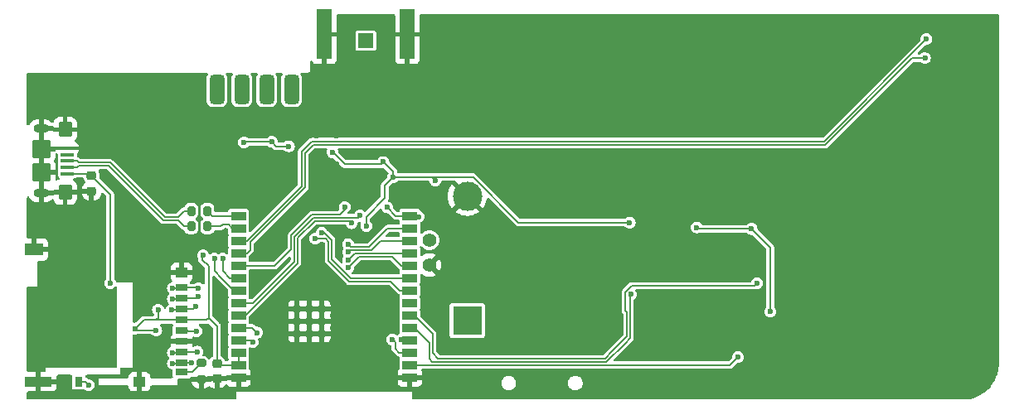
<source format=gbr>
%TF.GenerationSoftware,KiCad,Pcbnew,8.0.6-8.0.6-0~ubuntu22.04.1*%
%TF.CreationDate,2024-10-27T10:41:28+01:00*%
%TF.ProjectId,hackbat,6861636b-6261-4742-9e6b-696361645f70,rev?*%
%TF.SameCoordinates,Original*%
%TF.FileFunction,Copper,L2,Bot*%
%TF.FilePolarity,Positive*%
%FSLAX46Y46*%
G04 Gerber Fmt 4.6, Leading zero omitted, Abs format (unit mm)*
G04 Created by KiCad (PCBNEW 8.0.6-8.0.6-0~ubuntu22.04.1) date 2024-10-27 10:41:28*
%MOMM*%
%LPD*%
G01*
G04 APERTURE LIST*
G04 Aperture macros list*
%AMRoundRect*
0 Rectangle with rounded corners*
0 $1 Rounding radius*
0 $2 $3 $4 $5 $6 $7 $8 $9 X,Y pos of 4 corners*
0 Add a 4 corners polygon primitive as box body*
4,1,4,$2,$3,$4,$5,$6,$7,$8,$9,$2,$3,0*
0 Add four circle primitives for the rounded corners*
1,1,$1+$1,$2,$3*
1,1,$1+$1,$4,$5*
1,1,$1+$1,$6,$7*
1,1,$1+$1,$8,$9*
0 Add four rect primitives between the rounded corners*
20,1,$1+$1,$2,$3,$4,$5,0*
20,1,$1+$1,$4,$5,$6,$7,0*
20,1,$1+$1,$6,$7,$8,$9,0*
20,1,$1+$1,$8,$9,$2,$3,0*%
G04 Aperture macros list end*
%TA.AperFunction,ComponentPad*%
%ADD10C,1.400000*%
%TD*%
%TA.AperFunction,HeatsinkPad*%
%ADD11R,2.600000X2.600000*%
%TD*%
%TA.AperFunction,HeatsinkPad*%
%ADD12C,0.500000*%
%TD*%
%TA.AperFunction,ComponentPad*%
%ADD13RoundRect,0.375000X0.375000X-1.125000X0.375000X1.125000X-0.375000X1.125000X-0.375000X-1.125000X0*%
%TD*%
%TA.AperFunction,SMDPad,CuDef*%
%ADD14R,1.500000X5.080000*%
%TD*%
%TA.AperFunction,ComponentPad*%
%ADD15R,1.500000X1.500000*%
%TD*%
%TA.AperFunction,SMDPad,CuDef*%
%ADD16RoundRect,0.200000X-0.200000X-0.275000X0.200000X-0.275000X0.200000X0.275000X-0.200000X0.275000X0*%
%TD*%
%TA.AperFunction,SMDPad,CuDef*%
%ADD17RoundRect,0.100000X0.575000X-0.100000X0.575000X0.100000X-0.575000X0.100000X-0.575000X-0.100000X0*%
%TD*%
%TA.AperFunction,ComponentPad*%
%ADD18O,1.600000X0.900000*%
%TD*%
%TA.AperFunction,SMDPad,CuDef*%
%ADD19RoundRect,0.250000X0.450000X-0.550000X0.450000X0.550000X-0.450000X0.550000X-0.450000X-0.550000X0*%
%TD*%
%TA.AperFunction,SMDPad,CuDef*%
%ADD20RoundRect,0.250000X0.700000X-0.700000X0.700000X0.700000X-0.700000X0.700000X-0.700000X-0.700000X0*%
%TD*%
%TA.AperFunction,ComponentPad*%
%ADD21R,3.000000X3.000000*%
%TD*%
%TA.AperFunction,ComponentPad*%
%ADD22C,3.000000*%
%TD*%
%TA.AperFunction,SMDPad,CuDef*%
%ADD23R,1.500000X0.900000*%
%TD*%
%TA.AperFunction,SMDPad,CuDef*%
%ADD24R,0.800000X0.800000*%
%TD*%
%TA.AperFunction,SMDPad,CuDef*%
%ADD25RoundRect,0.200000X0.275000X-0.200000X0.275000X0.200000X-0.275000X0.200000X-0.275000X-0.200000X0*%
%TD*%
%TA.AperFunction,SMDPad,CuDef*%
%ADD26R,1.900000X1.300000*%
%TD*%
%TA.AperFunction,SMDPad,CuDef*%
%ADD27R,1.200000X1.000000*%
%TD*%
%TA.AperFunction,SMDPad,CuDef*%
%ADD28R,2.800000X1.000000*%
%TD*%
%TA.AperFunction,SMDPad,CuDef*%
%ADD29R,0.800000X1.000000*%
%TD*%
%TA.AperFunction,SMDPad,CuDef*%
%ADD30R,1.200000X0.700000*%
%TD*%
%TA.AperFunction,SMDPad,CuDef*%
%ADD31RoundRect,0.225000X0.250000X-0.225000X0.250000X0.225000X-0.250000X0.225000X-0.250000X-0.225000X0*%
%TD*%
%TA.AperFunction,ViaPad*%
%ADD32C,0.600000*%
%TD*%
%TA.AperFunction,Conductor*%
%ADD33C,0.200000*%
%TD*%
%TA.AperFunction,Conductor*%
%ADD34C,0.127000*%
%TD*%
%TA.AperFunction,Conductor*%
%ADD35C,0.133350*%
%TD*%
G04 APERTURE END LIST*
D10*
%TO.P,BOOT,1,A*%
%TO.N,GND*%
X181500000Y-98940000D03*
%TO.P,BOOT,2,B*%
%TO.N,RF_GD0*%
X181500000Y-96400000D03*
%TD*%
D11*
%TO.P,U2,21,GND*%
%TO.N,GND*%
X175000000Y-90675000D03*
D12*
X174500000Y-90175000D03*
X175500000Y-90175000D03*
%TD*%
D13*
%TO.P,U3,1,VCC_IN*%
%TO.N,Net-(U3-VCC_IN)*%
X159800000Y-81000000D03*
%TO.P,U3,2,GND*%
%TO.N,Net-(U3-GND)*%
X162340000Y-81000000D03*
%TO.P,U3,3,SCL*%
%TO.N,OLED_SCL*%
X164880000Y-81000000D03*
%TO.P,U3,4,SDA*%
%TO.N,OLED_SDA*%
X167420000Y-81000000D03*
%TD*%
D14*
%TO.P,J2,2,Ext*%
%TO.N,GND*%
X170750000Y-75362500D03*
X179250000Y-75362500D03*
%TD*%
D15*
%TO.P,AE1,1,A*%
%TO.N,Net-(AE1-A)*%
X175000000Y-76000000D03*
%TD*%
D16*
%TO.P,R1,1*%
%TO.N,/esp32c6/USB_P*%
X157175000Y-93400000D03*
%TO.P,R1,2*%
%TO.N,Net-(U5-GPIO13{slash}USB_D+)*%
X158825000Y-93400000D03*
%TD*%
%TO.P,R2,1*%
%TO.N,/esp32c6/USB_N*%
X157175000Y-95000000D03*
%TO.P,R2,2*%
%TO.N,Net-(U5-GPIO12{slash}USB_D-)*%
X158825000Y-95000000D03*
%TD*%
D17*
%TO.P,J1,1,VBUS*%
%TO.N,+5V*%
X144525000Y-89600000D03*
%TO.P,J1,2,D-*%
%TO.N,/esp32c6/USB_N*%
X144525000Y-88950000D03*
%TO.P,J1,3,D+*%
%TO.N,/esp32c6/USB_P*%
X144525000Y-88300000D03*
%TO.P,J1,4,ID*%
%TO.N,unconnected-(J1-ID-Pad4)*%
X144525000Y-87650000D03*
%TO.P,J1,5,GND*%
%TO.N,GND*%
X144525000Y-87000000D03*
D18*
%TO.P,J1,6,Shield*%
X141850000Y-91600000D03*
D19*
X144300000Y-91500000D03*
D20*
X141850000Y-89500000D03*
X141850000Y-87100000D03*
D19*
X144300000Y-85100000D03*
D18*
X141850000Y-85000000D03*
%TD*%
D21*
%TO.P,BT1,1,+*%
%TO.N,Net-(BT1-+)*%
X185367500Y-104607500D03*
D22*
%TO.P,BT1,2,-*%
%TO.N,GND*%
X185367500Y-91907500D03*
%TD*%
D23*
%TO.P,U5,1,GND*%
%TO.N,GND*%
X162000000Y-110430000D03*
%TO.P,U5,2,3V3*%
%TO.N,+3V3*%
X162000000Y-109160000D03*
%TO.P,U5,3,EN/CHIP_PU*%
X162000000Y-107890000D03*
%TO.P,U5,4,MTMS/GPIO4/ADC1_CH4*%
%TO.N,BUT_RIGHT*%
X162000000Y-106620000D03*
%TO.P,U5,5,MTDI/GPIO5/ADC1_CH5*%
%TO.N,BUT_UP*%
X162000000Y-105350000D03*
%TO.P,U5,6,MTCK/GPIO6/ADC1_CH6*%
%TO.N,RF_SPICLK*%
X162000000Y-104080000D03*
%TO.P,U5,7,MTDO/GPIO7*%
%TO.N,RF_SPID*%
X162000000Y-102810000D03*
%TO.P,U5,8,GPIO0/ADC1_CH0/XTAL_32K_P*%
%TO.N,OLED_SCL*%
X162000000Y-101540000D03*
%TO.P,U5,9,GPIO1/ADC1_CH1/XTAL_32K_N*%
%TO.N,OLED_SDA*%
X162000000Y-100270000D03*
%TO.P,U5,10,GPIO8*%
%TO.N,RF_SPIQ*%
X162000000Y-99000000D03*
%TO.P,U5,11,GPIO10*%
%TO.N,LED1*%
X162000000Y-97730000D03*
%TO.P,U5,12,GPIO11*%
%TO.N,LED2*%
X162000000Y-96460000D03*
%TO.P,U5,13,GPIO12/USB_D-*%
%TO.N,Net-(U5-GPIO12{slash}USB_D-)*%
X162000000Y-95190000D03*
%TO.P,U5,14,GPIO13/USB_D+*%
%TO.N,Net-(U5-GPIO13{slash}USB_D+)*%
X162000000Y-93920000D03*
%TO.P,U5,15,GPIO9*%
%TO.N,RF_GD0*%
X179500000Y-93920000D03*
%TO.P,U5,16,GPIO18*%
%TO.N,SD_CMD*%
X179500000Y-95190000D03*
%TO.P,U5,17,GPIO19*%
%TO.N,SD_CLK*%
X179500000Y-96460000D03*
%TO.P,U5,18,GPIO20*%
%TO.N,SD_DATA0*%
X179500000Y-97730000D03*
%TO.P,U5,19,GPIO21*%
%TO.N,SD_DATA1*%
X179500000Y-99000000D03*
%TO.P,U5,20,GPIO22*%
%TO.N,SD_DATA2*%
X179500000Y-100270000D03*
%TO.P,U5,21,GPIO23*%
%TO.N,SD_DATA3*%
X179500000Y-101540000D03*
%TO.P,U5,22,NC*%
%TO.N,unconnected-(U5-NC-Pad22)*%
X179500000Y-102810000D03*
%TO.P,U5,23,GPIO15*%
%TO.N,BUT_ENTER*%
X179500000Y-104080000D03*
%TO.P,U5,24,U0RXD/GPIO17*%
%TO.N,BUT_LEFT*%
X179500000Y-105350000D03*
%TO.P,U5,25,U0TXD/GPIO16*%
%TO.N,RF_SPICS*%
X179500000Y-106620000D03*
%TO.P,U5,26,GPIO3/ADC1_CH3*%
%TO.N,RF_GD2*%
X179500000Y-107890000D03*
%TO.P,U5,27,GPIO2/ADC1_CH2*%
%TO.N,BUT_DOWN*%
X179500000Y-109160000D03*
%TO.P,U5,28,GND*%
%TO.N,GND*%
X179500000Y-110430000D03*
D24*
%TO.P,U5,29,GND*%
X167995000Y-103460000D03*
X167995000Y-104710000D03*
X167995000Y-105960000D03*
X169245000Y-103460000D03*
X169245000Y-104710000D03*
X169245000Y-105960000D03*
X170495000Y-103460000D03*
X170495000Y-104710000D03*
X170495000Y-105960000D03*
%TD*%
D25*
%TO.P,R19,1*%
%TO.N,GND*%
X158200000Y-110625000D03*
%TO.P,R19,2*%
%TO.N,SD_CD*%
X158200000Y-108975000D03*
%TD*%
D26*
%TO.P,J3,11,SHIELD*%
%TO.N,GND*%
X141090000Y-97355000D03*
D27*
X156190000Y-99705000D03*
X151890000Y-110855000D03*
D28*
X141540000Y-110855000D03*
D29*
%TO.P,J3,10,DET_A*%
%TO.N,+3V3*%
X145690000Y-110855000D03*
D30*
%TO.P,J3,9,DET_B*%
%TO.N,SD_CD*%
X156190000Y-109905000D03*
%TO.P,J3,8,DAT1*%
%TO.N,SD_DATA1*%
X156190000Y-108955000D03*
%TO.P,J3,7,DAT0*%
%TO.N,SD_DATA0*%
X156190000Y-107855000D03*
%TO.P,J3,6,VSS*%
%TO.N,GND*%
X156190000Y-106755000D03*
%TO.P,J3,5,CLK*%
%TO.N,SD_CLK*%
X156190000Y-105655000D03*
%TO.P,J3,4,VDD*%
%TO.N,+3V3*%
X156190000Y-104555000D03*
%TO.P,J3,3,CMD*%
%TO.N,SD_CMD*%
X156190000Y-103455000D03*
%TO.P,J3,2,DAT3/CD*%
%TO.N,SD_DATA3*%
X156190000Y-102355000D03*
%TO.P,J3,1,DAT2*%
%TO.N,SD_DATA2*%
X156190000Y-101255000D03*
%TD*%
D31*
%TO.P,C1,1*%
%TO.N,GND*%
X159800000Y-110575000D03*
%TO.P,C1,2*%
%TO.N,+3V3*%
X159800000Y-109025000D03*
%TD*%
%TO.P,C2,1*%
%TO.N,GND*%
X147000000Y-91375000D03*
%TO.P,C2,2*%
%TO.N,+5V*%
X147000000Y-89825000D03*
%TD*%
D32*
%TO.N,GND*%
X181660000Y-92500000D03*
%TO.N,+3V3*%
X182100000Y-90300000D03*
%TO.N,RF_GD0*%
X180400000Y-94000000D03*
%TO.N,SD_DATA1*%
X155300000Y-109000000D03*
%TO.N,SD_DATA0*%
X155300000Y-107900000D03*
%TO.N,+3V3*%
X153600000Y-105600000D03*
%TO.N,SD_DATA2*%
X155300000Y-101300000D03*
%TO.N,SD_DATA3*%
X155300000Y-102400000D03*
%TO.N,SD_CMD*%
X155200000Y-103500000D03*
%TO.N,+3V3*%
X153790000Y-103500000D03*
X214400000Y-95250000D03*
X208800000Y-95100000D03*
X146700000Y-111200000D03*
X175050000Y-94950000D03*
X167150000Y-86800000D03*
X158400000Y-97950000D03*
X171600000Y-87400000D03*
X151490000Y-105425000D03*
X176800000Y-88400000D03*
X165425000Y-86358607D03*
X216300000Y-103700000D03*
X201950000Y-94600000D03*
X177810742Y-89947255D03*
X162550000Y-86400000D03*
%TO.N,GND*%
X170000000Y-85700000D03*
X165050000Y-100000000D03*
X170000000Y-82000000D03*
X170000000Y-88600000D03*
X183300000Y-107150000D03*
X183750000Y-110300000D03*
X175250000Y-95950000D03*
X176100000Y-99250000D03*
X172000000Y-88600000D03*
X177700000Y-95850000D03*
X177350000Y-94550000D03*
X167400000Y-90000000D03*
X165500000Y-90000000D03*
X185000000Y-107150000D03*
X160900000Y-87450000D03*
X172000000Y-82000000D03*
X170000000Y-80000000D03*
X206125000Y-101850000D03*
X172000000Y-84000000D03*
X160900000Y-90800000D03*
X187700000Y-110300000D03*
X160900000Y-89200000D03*
X203850000Y-101850000D03*
X181750000Y-110300000D03*
X172000000Y-80000000D03*
X186050000Y-110300000D03*
X160400000Y-103800000D03*
X163900000Y-101050000D03*
X172000000Y-85700000D03*
X208400000Y-101850000D03*
X170000000Y-84000000D03*
X174750000Y-99250000D03*
%TO.N,+5V*%
X148900000Y-100800000D03*
%TO.N,LED1*%
X232100000Y-77800000D03*
%TO.N,LED2*%
X232250000Y-75850000D03*
%TO.N,SD_DATA0*%
X157800000Y-107800000D03*
X173200000Y-98400000D03*
%TO.N,SD_CLK*%
X157700000Y-105700000D03*
X173200000Y-97600000D03*
%TO.N,SD_DATA3*%
X157850000Y-102200000D03*
X169850000Y-96236500D03*
%TO.N,SD_CMD*%
X157600000Y-103200000D03*
X173200000Y-96800000D03*
%TO.N,SD_DATA2*%
X157900000Y-101300000D03*
X170500000Y-95673000D03*
%TO.N,SD_DATA1*%
X173200000Y-99200000D03*
X157225000Y-108929861D03*
%TO.N,BUT_DOWN*%
X213000000Y-108350000D03*
%TO.N,BUT_UP*%
X163900000Y-105850000D03*
%TO.N,BUT_RIGHT*%
X163450000Y-106800000D03*
%TO.N,BUT_ENTER*%
X214950000Y-100800000D03*
%TO.N,BUT_LEFT*%
X202050000Y-101950000D03*
%TO.N,OLED_SCL*%
X159550000Y-98300000D03*
%TO.N,OLED_SDA*%
X160400000Y-98300000D03*
%TO.N,RF_GD0*%
X177186500Y-93050000D03*
%TO.N,RF_SPID*%
X174413500Y-93897995D03*
%TO.N,RF_GD2*%
X177700000Y-106550000D03*
%TO.N,RF_SPICS*%
X178650000Y-106550000D03*
%TO.N,RF_SPIQ*%
X172850000Y-93000000D03*
%TO.N,RF_SPICLK*%
X173572378Y-94663500D03*
%TD*%
D33*
%TO.N,+3V3*%
X181600000Y-89947255D02*
X185952840Y-89947255D01*
X177810742Y-89947255D02*
X181600000Y-89947255D01*
X182100000Y-90300000D02*
X181747255Y-89947255D01*
X181747255Y-89947255D02*
X181600000Y-89947255D01*
D34*
%TO.N,RF_GD0*%
X179580000Y-94000000D02*
X179500000Y-93920000D01*
X180400000Y-94000000D02*
X179580000Y-94000000D01*
D33*
%TO.N,+3V3*%
X156190000Y-104555000D02*
X158745000Y-104555000D01*
X158745000Y-104555000D02*
X158950000Y-104350000D01*
X153600000Y-104555000D02*
X153200000Y-104555000D01*
X156190000Y-104555000D02*
X153200000Y-104555000D01*
X153200000Y-104555000D02*
X152360000Y-104555000D01*
D34*
%TO.N,SD_DATA1*%
X155300000Y-109000000D02*
X156145000Y-109000000D01*
X156145000Y-109000000D02*
X156190000Y-108955000D01*
%TO.N,SD_DATA0*%
X155300000Y-107900000D02*
X156145000Y-107900000D01*
X156145000Y-107900000D02*
X156190000Y-107855000D01*
D33*
%TO.N,+3V3*%
X151665000Y-105600000D02*
X151490000Y-105425000D01*
X153600000Y-105600000D02*
X151665000Y-105600000D01*
D34*
%TO.N,SD_DATA2*%
X155300000Y-101300000D02*
X156145000Y-101300000D01*
X156145000Y-101300000D02*
X156190000Y-101255000D01*
%TO.N,SD_DATA3*%
X155300000Y-102400000D02*
X156145000Y-102400000D01*
X156145000Y-102400000D02*
X156190000Y-102355000D01*
%TO.N,SD_CMD*%
X155200000Y-103500000D02*
X156145000Y-103500000D01*
X156145000Y-103500000D02*
X156190000Y-103455000D01*
D33*
%TO.N,+3V3*%
X153600000Y-104555000D02*
X153790000Y-104365000D01*
X153790000Y-104365000D02*
X153790000Y-103500000D01*
X216300000Y-103700000D02*
X216300000Y-97150000D01*
X158950000Y-104350000D02*
X158950000Y-99050000D01*
X159800000Y-109025000D02*
X159800000Y-105200000D01*
X159935000Y-109160000D02*
X159800000Y-109025000D01*
X171648529Y-87400000D02*
X172848529Y-88600000D01*
X152360000Y-104555000D02*
X151490000Y-105425000D01*
X190605585Y-94600000D02*
X201950000Y-94600000D01*
X159800000Y-105200000D02*
X159155000Y-104555000D01*
X175050000Y-94950000D02*
X175050000Y-94000000D01*
X158300000Y-98400000D02*
X158300000Y-98050000D01*
X216300000Y-97150000D02*
X214400000Y-95250000D01*
X214400000Y-95250000D02*
X208950000Y-95250000D01*
X177810742Y-89410742D02*
X177200000Y-88800000D01*
X176600000Y-88600000D02*
X176800000Y-88400000D01*
X158300000Y-98050000D02*
X158400000Y-97950000D01*
X175050000Y-94000000D02*
X176950000Y-92100000D01*
X159800000Y-105200000D02*
X158950000Y-104350000D01*
X176950000Y-92100000D02*
X176950000Y-90807997D01*
X171600000Y-87400000D02*
X171648529Y-87400000D01*
X162591393Y-86358607D02*
X162550000Y-86400000D01*
X165425000Y-86358607D02*
X162591393Y-86358607D01*
X162000000Y-109160000D02*
X159935000Y-109160000D01*
X208950000Y-95250000D02*
X208800000Y-95100000D01*
X177810742Y-89947255D02*
X177810742Y-89410742D01*
X185952840Y-89947255D02*
X190605585Y-94600000D01*
X167150000Y-86800000D02*
X165866393Y-86800000D01*
X165866393Y-86800000D02*
X165425000Y-86358607D01*
X172848529Y-88600000D02*
X176600000Y-88600000D01*
X145690000Y-110855000D02*
X146355000Y-110855000D01*
X162000000Y-107890000D02*
X162000000Y-109160000D01*
X146355000Y-110855000D02*
X146700000Y-111200000D01*
X158950000Y-99050000D02*
X158300000Y-98400000D01*
X176950000Y-90807997D02*
X177810742Y-89947255D01*
X177200000Y-88800000D02*
X176800000Y-88400000D01*
%TO.N,+5V*%
X144525000Y-89600000D02*
X146775000Y-89600000D01*
X146775000Y-89600000D02*
X147000000Y-89825000D01*
X148900000Y-91725000D02*
X148900000Y-100800000D01*
X147000000Y-89825000D02*
X148900000Y-91725000D01*
D34*
%TO.N,LED1*%
X230762448Y-77800000D02*
X232100000Y-77800000D01*
X168777000Y-87485448D02*
X169635448Y-86627000D01*
X163200000Y-96599448D02*
X168777000Y-91022448D01*
X162000000Y-97730000D02*
X162877000Y-97730000D01*
X209077000Y-86627000D02*
X209100000Y-86650000D01*
X209100000Y-86650000D02*
X221912448Y-86650000D01*
X168777000Y-91022448D02*
X168777000Y-87485448D01*
X163200000Y-97407000D02*
X163200000Y-96599448D01*
X221912448Y-86650000D02*
X230762448Y-77800000D01*
X169635448Y-86627000D02*
X209077000Y-86627000D01*
X162877000Y-97730000D02*
X163200000Y-97407000D01*
%TO.N,LED2*%
X162000000Y-96460000D02*
X162877000Y-96460000D01*
X162877000Y-96460000D02*
X168450000Y-90887000D01*
X168450000Y-87350000D02*
X169500000Y-86300000D01*
X169500000Y-86300000D02*
X221800000Y-86300000D01*
X168450000Y-90887000D02*
X168450000Y-87350000D01*
X221800000Y-86300000D02*
X232250000Y-75850000D01*
%TO.N,SD_DATA0*%
X173870000Y-97730000D02*
X173200000Y-98400000D01*
X157745000Y-107855000D02*
X156190000Y-107855000D01*
X179500000Y-97730000D02*
X173870000Y-97730000D01*
X157800000Y-107800000D02*
X157745000Y-107855000D01*
%TO.N,SD_CLK*%
X176540000Y-96460000D02*
X175597000Y-97403000D01*
X157700000Y-105700000D02*
X156900000Y-105700000D01*
X173397000Y-97403000D02*
X173200000Y-97600000D01*
X156855000Y-105655000D02*
X156190000Y-105655000D01*
X175597000Y-97403000D02*
X173397000Y-97403000D01*
X156900000Y-105700000D02*
X156855000Y-105655000D01*
X179500000Y-96460000D02*
X176540000Y-96460000D01*
%TO.N,SD_CD*%
X157270000Y-109905000D02*
X158200000Y-108975000D01*
X156190000Y-109905000D02*
X157270000Y-109905000D01*
%TO.N,SD_DATA3*%
X173297000Y-100597000D02*
X177547000Y-100597000D01*
X157850000Y-102200000D02*
X157695000Y-102355000D01*
X177547000Y-100597000D02*
X178490000Y-101540000D01*
X170886500Y-96236500D02*
X171200000Y-96550000D01*
X169850000Y-96236500D02*
X170886500Y-96236500D01*
X157695000Y-102355000D02*
X156190000Y-102355000D01*
X178490000Y-101540000D02*
X179500000Y-101540000D01*
X171200000Y-96550000D02*
X171200000Y-98500000D01*
X171200000Y-98500000D02*
X173297000Y-100597000D01*
%TO.N,SD_CMD*%
X179500000Y-95190000D02*
X177210000Y-95190000D01*
X156190000Y-103455000D02*
X157345000Y-103455000D01*
X177210000Y-95190000D02*
X175324000Y-97076000D01*
X157345000Y-103455000D02*
X157600000Y-103200000D01*
X173476000Y-97076000D02*
X173200000Y-96800000D01*
X175324000Y-97076000D02*
X173476000Y-97076000D01*
%TO.N,SD_DATA2*%
X157855000Y-101255000D02*
X156190000Y-101255000D01*
X170500000Y-95673000D02*
X170785448Y-95673000D01*
X173470000Y-100270000D02*
X179500000Y-100270000D01*
X170785448Y-95673000D02*
X171527000Y-96414552D01*
X171527000Y-98327000D02*
X173470000Y-100270000D01*
X157900000Y-101300000D02*
X157855000Y-101255000D01*
X171527000Y-96414552D02*
X171527000Y-98327000D01*
%TO.N,SD_DATA1*%
X157225000Y-108929861D02*
X156215139Y-108929861D01*
X177657000Y-98057000D02*
X174343000Y-98057000D01*
X179500000Y-99000000D02*
X178600000Y-99000000D01*
X156215139Y-108929861D02*
X156190000Y-108955000D01*
X174343000Y-98057000D02*
X173200000Y-99200000D01*
X178600000Y-99000000D02*
X177657000Y-98057000D01*
D35*
%TO.N,/esp32c6/USB_P*%
X155829174Y-94033325D02*
X156462499Y-93400000D01*
X154469041Y-94033325D02*
X155829174Y-94033325D01*
X156462499Y-93400000D02*
X157175000Y-93400000D01*
X148894041Y-88458325D02*
X154469041Y-94033325D01*
X145695826Y-88458325D02*
X148894041Y-88458325D01*
X145537501Y-88300000D02*
X145695826Y-88458325D01*
X144525000Y-88300000D02*
X145537501Y-88300000D01*
D34*
%TO.N,Net-(U5-GPIO13{slash}USB_D+)*%
X162000000Y-93920000D02*
X159345000Y-93920000D01*
X159345000Y-93920000D02*
X158825000Y-93400000D01*
D35*
%TO.N,/esp32c6/USB_N*%
X144525000Y-88950000D02*
X145537501Y-88950000D01*
X148755959Y-88791675D02*
X154330959Y-94366675D01*
X155829174Y-94366675D02*
X156462499Y-95000000D01*
X156462499Y-95000000D02*
X157175000Y-95000000D01*
X145537501Y-88950000D02*
X145695826Y-88791675D01*
X145695826Y-88791675D02*
X148755959Y-88791675D01*
X154330959Y-94366675D02*
X155829174Y-94366675D01*
D34*
%TO.N,Net-(U5-GPIO12{slash}USB_D-)*%
X160400000Y-94800000D02*
X161000000Y-94800000D01*
X160200000Y-95000000D02*
X160400000Y-94800000D01*
X158825000Y-95000000D02*
X160200000Y-95000000D01*
X161000000Y-94800000D02*
X161390000Y-95190000D01*
X161390000Y-95190000D02*
X162000000Y-95190000D01*
%TO.N,BUT_DOWN*%
X212190000Y-109160000D02*
X213000000Y-108350000D01*
X179500000Y-109160000D02*
X212190000Y-109160000D01*
%TO.N,BUT_UP*%
X163400000Y-105350000D02*
X163900000Y-105850000D01*
X162000000Y-105350000D02*
X163400000Y-105350000D01*
%TO.N,BUT_RIGHT*%
X162000000Y-106620000D02*
X163270000Y-106620000D01*
X163270000Y-106620000D02*
X163450000Y-106800000D01*
%TO.N,BUT_ENTER*%
X209850000Y-101050000D02*
X214700000Y-101050000D01*
X181827000Y-107950000D02*
X182383000Y-108506000D01*
X182950000Y-108506000D02*
X199431552Y-108506000D01*
X201486500Y-103613500D02*
X201486500Y-101716590D01*
X201673000Y-106264552D02*
X201673000Y-103800000D01*
X181827000Y-105950000D02*
X181827000Y-107950000D01*
X199431552Y-108506000D02*
X200168776Y-107768776D01*
X182383000Y-108506000D02*
X182950000Y-108506000D01*
X201673000Y-103800000D02*
X201486500Y-103613500D01*
X200168776Y-107768776D02*
X201673000Y-106264552D01*
X179500000Y-104080000D02*
X179957000Y-104080000D01*
X214700000Y-101050000D02*
X214950000Y-100800000D01*
X179957000Y-104080000D02*
X181827000Y-105950000D01*
X201486500Y-101716590D02*
X202153090Y-101050000D01*
X202153090Y-101050000D02*
X209850000Y-101050000D01*
%TO.N,BUT_LEFT*%
X181500000Y-106893000D02*
X181500000Y-108550000D01*
X179500000Y-105350000D02*
X179957000Y-105350000D01*
X202000000Y-102300000D02*
X202000000Y-102000000D01*
X202000000Y-106400000D02*
X202000000Y-102300000D01*
X201450000Y-106950000D02*
X202000000Y-106400000D01*
X202000000Y-102000000D02*
X202050000Y-101950000D01*
X181783000Y-108833000D02*
X183150000Y-108833000D01*
X183150000Y-108833000D02*
X199567000Y-108833000D01*
X179957000Y-105350000D02*
X181500000Y-106893000D01*
X199567000Y-108833000D02*
X201450000Y-106950000D01*
X181500000Y-108550000D02*
X181783000Y-108833000D01*
%TO.N,OLED_SCL*%
X159550000Y-99547000D02*
X160376500Y-100373500D01*
X160376500Y-100373500D02*
X161543000Y-101540000D01*
X161543000Y-101540000D02*
X162000000Y-101540000D01*
X159550000Y-98300000D02*
X159550000Y-99547000D01*
%TO.N,OLED_SDA*%
X161123000Y-100270000D02*
X162000000Y-100270000D01*
X160400000Y-99547000D02*
X161123000Y-100270000D01*
X160400000Y-98300000D02*
X160400000Y-99547000D01*
%TO.N,RF_GD0*%
X179500000Y-93920000D02*
X178056500Y-93920000D01*
X178056500Y-93920000D02*
X177186500Y-93050000D01*
%TO.N,RF_SPID*%
X174413500Y-93897995D02*
X174211495Y-94100000D01*
X167700000Y-98600000D02*
X163490000Y-102810000D01*
X163490000Y-102810000D02*
X162000000Y-102810000D01*
X174211495Y-94100000D02*
X169650000Y-94100000D01*
X169650000Y-94100000D02*
X167700000Y-96050000D01*
X167700000Y-96050000D02*
X167700000Y-98600000D01*
%TO.N,RF_GD2*%
X179500000Y-107890000D02*
X178390000Y-107890000D01*
X178000000Y-106850000D02*
X177700000Y-106550000D01*
X178390000Y-107890000D02*
X178000000Y-107500000D01*
X178000000Y-107500000D02*
X178000000Y-106850000D01*
%TO.N,RF_SPICS*%
X178650000Y-106550000D02*
X179430000Y-106550000D01*
X179430000Y-106550000D02*
X179500000Y-106620000D01*
%TO.N,RF_SPIQ*%
X172850000Y-93000000D02*
X172850000Y-93250000D01*
X167373000Y-97327000D02*
X165700000Y-99000000D01*
X165700000Y-99000000D02*
X162000000Y-99000000D01*
X167373000Y-95914552D02*
X167373000Y-97327000D01*
X172327000Y-93773000D02*
X169514552Y-93773000D01*
X169514552Y-93773000D02*
X167373000Y-95914552D01*
X172850000Y-93250000D02*
X172327000Y-93773000D01*
%TO.N,RF_SPICLK*%
X173335878Y-94427000D02*
X169785448Y-94427000D01*
X173572378Y-94663500D02*
X173335878Y-94427000D01*
X168027000Y-96185448D02*
X168027000Y-98735448D01*
X168027000Y-98735448D02*
X162682448Y-104080000D01*
X169785448Y-94427000D02*
X168027000Y-96185448D01*
X162682448Y-104080000D02*
X162000000Y-104080000D01*
%TD*%
%TA.AperFunction,Conductor*%
%TO.N,GND*%
G36*
X177943039Y-73320185D02*
G01*
X177988794Y-73372989D01*
X178000000Y-73424500D01*
X178000000Y-75112500D01*
X180500000Y-75112500D01*
X180500000Y-73424500D01*
X180519685Y-73357461D01*
X180572489Y-73311706D01*
X180624000Y-73300500D01*
X239525500Y-73300500D01*
X239592539Y-73320185D01*
X239638294Y-73372989D01*
X239649500Y-73424500D01*
X239649500Y-108996948D01*
X239649351Y-109003033D01*
X239631984Y-109356531D01*
X239630791Y-109368640D01*
X239579308Y-109715712D01*
X239576934Y-109727648D01*
X239491680Y-110068001D01*
X239488147Y-110079646D01*
X239369945Y-110409996D01*
X239365289Y-110421237D01*
X239215270Y-110738429D01*
X239209533Y-110749162D01*
X239029156Y-111050102D01*
X239022396Y-111060220D01*
X238813377Y-111342049D01*
X238805657Y-111351455D01*
X238570033Y-111611428D01*
X238561428Y-111620033D01*
X238301455Y-111855657D01*
X238292049Y-111863377D01*
X238010220Y-112072396D01*
X238000102Y-112079156D01*
X237699162Y-112259533D01*
X237688429Y-112265270D01*
X237371237Y-112415289D01*
X237359996Y-112419945D01*
X237029646Y-112538147D01*
X237018001Y-112541680D01*
X236677648Y-112626934D01*
X236665712Y-112629308D01*
X236318640Y-112680791D01*
X236306531Y-112681984D01*
X235973016Y-112698369D01*
X235953031Y-112699351D01*
X235946949Y-112699500D01*
X179874000Y-112699500D01*
X179806961Y-112679815D01*
X179761206Y-112627011D01*
X179750000Y-112575500D01*
X179750000Y-111920000D01*
X161750000Y-111920000D01*
X161750000Y-112575500D01*
X161730315Y-112642539D01*
X161677511Y-112688294D01*
X161626000Y-112699500D01*
X140524000Y-112699500D01*
X140456961Y-112679815D01*
X140411206Y-112627011D01*
X140400000Y-112575500D01*
X140400000Y-111979000D01*
X140419685Y-111911961D01*
X140472489Y-111866206D01*
X140524000Y-111855000D01*
X141290000Y-111855000D01*
X141790000Y-111855000D01*
X142987828Y-111855000D01*
X142987844Y-111854999D01*
X143047372Y-111848598D01*
X143047379Y-111848596D01*
X143182086Y-111798354D01*
X143182093Y-111798350D01*
X143297187Y-111712190D01*
X143297190Y-111712187D01*
X143383350Y-111597093D01*
X143383354Y-111597086D01*
X143433596Y-111462379D01*
X143433598Y-111462372D01*
X143439999Y-111402844D01*
X143440000Y-111402827D01*
X143440000Y-111105000D01*
X141790000Y-111105000D01*
X141790000Y-111855000D01*
X141290000Y-111855000D01*
X141290000Y-109855000D01*
X140524000Y-109855000D01*
X140456961Y-109835315D01*
X140411206Y-109782511D01*
X140400000Y-109731000D01*
X140400000Y-101229000D01*
X140419685Y-101161961D01*
X140472489Y-101116206D01*
X140524000Y-101105000D01*
X141490000Y-101105000D01*
X141490000Y-98629000D01*
X141509685Y-98561961D01*
X141562489Y-98516206D01*
X141614000Y-98505000D01*
X142087828Y-98505000D01*
X142087844Y-98504999D01*
X142147372Y-98498598D01*
X142147379Y-98498596D01*
X142282086Y-98448354D01*
X142282093Y-98448350D01*
X142397187Y-98362190D01*
X142397190Y-98362187D01*
X142483350Y-98247093D01*
X142483354Y-98247086D01*
X142533596Y-98112379D01*
X142533598Y-98112372D01*
X142539999Y-98052844D01*
X142540000Y-98052827D01*
X142540000Y-97605000D01*
X140964000Y-97605000D01*
X140896961Y-97585315D01*
X140851206Y-97532511D01*
X140840000Y-97481000D01*
X140840000Y-97105000D01*
X141340000Y-97105000D01*
X142540000Y-97105000D01*
X142540000Y-96657172D01*
X142539999Y-96657155D01*
X142533598Y-96597627D01*
X142533596Y-96597620D01*
X142483354Y-96462913D01*
X142483350Y-96462906D01*
X142397190Y-96347812D01*
X142397187Y-96347809D01*
X142282093Y-96261649D01*
X142282086Y-96261645D01*
X142147379Y-96211403D01*
X142147372Y-96211401D01*
X142087844Y-96205000D01*
X141340000Y-96205000D01*
X141340000Y-97105000D01*
X140840000Y-97105000D01*
X140840000Y-96205000D01*
X140524000Y-96205000D01*
X140456961Y-96185315D01*
X140411206Y-96132511D01*
X140400000Y-96081000D01*
X140400000Y-92050225D01*
X140419685Y-91983186D01*
X140472489Y-91937431D01*
X140541647Y-91927487D01*
X140605203Y-91956512D01*
X140638561Y-92002773D01*
X140658117Y-92049987D01*
X140658124Y-92050000D01*
X140762086Y-92205589D01*
X140762089Y-92205593D01*
X140894406Y-92337910D01*
X140894410Y-92337913D01*
X141049999Y-92441875D01*
X141050008Y-92441880D01*
X141222894Y-92513491D01*
X141222902Y-92513493D01*
X141406428Y-92549999D01*
X141406431Y-92550000D01*
X141600000Y-92550000D01*
X141600000Y-91850000D01*
X142100000Y-91850000D01*
X142100000Y-92550000D01*
X142293569Y-92550000D01*
X142293571Y-92549999D01*
X142477097Y-92513493D01*
X142477105Y-92513491D01*
X142649991Y-92441880D01*
X142650000Y-92441875D01*
X142805588Y-92337914D01*
X142926107Y-92217395D01*
X142987430Y-92183910D01*
X143057122Y-92188894D01*
X143113056Y-92230765D01*
X143131495Y-92266072D01*
X143165641Y-92369119D01*
X143165643Y-92369124D01*
X143257684Y-92518345D01*
X143381654Y-92642315D01*
X143530875Y-92734356D01*
X143530880Y-92734358D01*
X143697302Y-92789505D01*
X143697309Y-92789506D01*
X143800019Y-92799999D01*
X144049999Y-92799999D01*
X144550000Y-92799999D01*
X144799972Y-92799999D01*
X144799986Y-92799998D01*
X144902697Y-92789505D01*
X145069119Y-92734358D01*
X145069124Y-92734356D01*
X145218345Y-92642315D01*
X145342315Y-92518345D01*
X145434356Y-92369124D01*
X145434358Y-92369119D01*
X145489505Y-92202697D01*
X145489506Y-92202690D01*
X145499999Y-92099986D01*
X145500000Y-92099973D01*
X145500000Y-91750000D01*
X144550000Y-91750000D01*
X144550000Y-92799999D01*
X144049999Y-92799999D01*
X144050000Y-92799998D01*
X144050000Y-91750000D01*
X143193000Y-91750000D01*
X143183023Y-91759976D01*
X143173315Y-91793039D01*
X143120511Y-91838794D01*
X143069000Y-91850000D01*
X142249728Y-91850000D01*
X142341614Y-91811940D01*
X142411940Y-91741614D01*
X142450000Y-91649728D01*
X142450000Y-91648322D01*
X146025001Y-91648322D01*
X146035144Y-91747607D01*
X146088452Y-91908481D01*
X146088457Y-91908492D01*
X146177424Y-92052728D01*
X146177427Y-92052732D01*
X146297267Y-92172572D01*
X146297271Y-92172575D01*
X146441507Y-92261542D01*
X146441518Y-92261547D01*
X146602393Y-92314855D01*
X146701683Y-92324999D01*
X146749999Y-92324998D01*
X146750000Y-92324998D01*
X146750000Y-91625000D01*
X146025001Y-91625000D01*
X146025001Y-91648322D01*
X142450000Y-91648322D01*
X142450000Y-91550272D01*
X142411940Y-91458386D01*
X142341614Y-91388060D01*
X142249728Y-91350000D01*
X143057000Y-91350000D01*
X143066976Y-91340023D01*
X143076685Y-91306961D01*
X143129489Y-91261206D01*
X143181000Y-91250000D01*
X145499999Y-91250000D01*
X145499999Y-90900028D01*
X145499998Y-90900013D01*
X145489505Y-90797302D01*
X145434358Y-90630880D01*
X145434356Y-90630875D01*
X145342315Y-90481654D01*
X145218344Y-90357683D01*
X145218340Y-90357680D01*
X145153636Y-90317770D01*
X145106911Y-90265822D01*
X145095690Y-90196860D01*
X145123533Y-90132778D01*
X145181602Y-90093922D01*
X145199331Y-90089759D01*
X145225304Y-90085646D01*
X145338342Y-90028050D01*
X145338346Y-90028046D01*
X145343671Y-90024179D01*
X145409478Y-90000702D01*
X145416552Y-90000500D01*
X146103615Y-90000500D01*
X146170654Y-90020185D01*
X146216409Y-90072989D01*
X146226729Y-90109711D01*
X146229500Y-90132778D01*
X146234640Y-90175588D01*
X146287636Y-90309976D01*
X146346390Y-90387454D01*
X146371213Y-90452765D01*
X146356785Y-90521129D01*
X146312688Y-90567914D01*
X146297273Y-90577422D01*
X146297267Y-90577427D01*
X146177427Y-90697267D01*
X146177424Y-90697271D01*
X146088457Y-90841507D01*
X146088452Y-90841518D01*
X146035144Y-91002393D01*
X146025000Y-91101677D01*
X146025000Y-91125000D01*
X147126000Y-91125000D01*
X147193039Y-91144685D01*
X147238794Y-91197489D01*
X147250000Y-91249000D01*
X147250000Y-92324999D01*
X147298308Y-92324999D01*
X147298322Y-92324998D01*
X147397607Y-92314855D01*
X147558481Y-92261547D01*
X147558492Y-92261542D01*
X147702728Y-92172575D01*
X147702732Y-92172572D01*
X147822572Y-92052732D01*
X147822575Y-92052728D01*
X147911542Y-91908492D01*
X147911547Y-91908481D01*
X147964856Y-91747606D01*
X147974611Y-91652121D01*
X148001007Y-91587429D01*
X148058188Y-91547277D01*
X148127999Y-91544414D01*
X148185650Y-91577042D01*
X148463181Y-91854573D01*
X148496666Y-91915896D01*
X148499500Y-91942254D01*
X148499500Y-100293419D01*
X148479815Y-100360458D01*
X148473876Y-100368905D01*
X148375464Y-100497157D01*
X148314956Y-100643237D01*
X148314955Y-100643239D01*
X148294318Y-100799998D01*
X148294318Y-100800001D01*
X148314955Y-100956760D01*
X148314956Y-100956762D01*
X148375464Y-101102841D01*
X148471718Y-101228282D01*
X148597159Y-101324536D01*
X148743238Y-101385044D01*
X148809762Y-101393802D01*
X148899999Y-101405682D01*
X148900000Y-101405682D01*
X148900001Y-101405682D01*
X148966197Y-101396967D01*
X149056762Y-101385044D01*
X149202841Y-101324536D01*
X149328282Y-101228282D01*
X149367624Y-101177009D01*
X149424052Y-101135807D01*
X149493798Y-101131652D01*
X149554718Y-101165864D01*
X149587471Y-101227581D01*
X149590000Y-101252496D01*
X149590000Y-109331000D01*
X149570315Y-109398039D01*
X149517511Y-109443794D01*
X149466000Y-109455000D01*
X142290000Y-109455000D01*
X142290000Y-109731000D01*
X142270315Y-109798039D01*
X142217511Y-109843794D01*
X142166000Y-109855000D01*
X141790000Y-109855000D01*
X141790000Y-110605000D01*
X143440000Y-110605000D01*
X143440000Y-110307172D01*
X143439999Y-110307158D01*
X143438397Y-110292257D01*
X143450801Y-110223497D01*
X143498411Y-110172359D01*
X143561686Y-110155000D01*
X144868280Y-110155000D01*
X144935319Y-110174685D01*
X144981074Y-110227489D01*
X144991454Y-110293290D01*
X144989500Y-110310128D01*
X144989500Y-111399856D01*
X144989502Y-111399882D01*
X144992413Y-111424987D01*
X144992415Y-111424991D01*
X145037793Y-111527764D01*
X145037794Y-111527765D01*
X145117235Y-111607206D01*
X145220009Y-111652585D01*
X145245135Y-111655500D01*
X146134864Y-111655499D01*
X146134879Y-111655497D01*
X146134882Y-111655497D01*
X146159985Y-111652586D01*
X146159987Y-111652585D01*
X146159991Y-111652585D01*
X146183762Y-111642088D01*
X146253037Y-111633016D01*
X146309332Y-111657144D01*
X146397159Y-111724536D01*
X146543238Y-111785044D01*
X146621619Y-111795363D01*
X146699999Y-111805682D01*
X146700000Y-111805682D01*
X146700001Y-111805682D01*
X146755692Y-111798350D01*
X146856762Y-111785044D01*
X147002841Y-111724536D01*
X147128282Y-111628282D01*
X147224536Y-111502841D01*
X147285044Y-111356762D01*
X147303193Y-111218907D01*
X147305682Y-111200001D01*
X147305682Y-111199998D01*
X147285044Y-111043239D01*
X147285044Y-111043238D01*
X147224536Y-110897159D01*
X147128282Y-110771718D01*
X147002841Y-110675464D01*
X146856762Y-110614956D01*
X146800577Y-110607559D01*
X146696485Y-110593855D01*
X146632589Y-110565588D01*
X146624990Y-110558597D01*
X146600915Y-110534522D01*
X146600913Y-110534520D01*
X146549783Y-110505000D01*
X147690000Y-110505000D01*
X147690000Y-111255000D01*
X150666000Y-111255000D01*
X150733039Y-111274685D01*
X150778794Y-111327489D01*
X150790000Y-111379000D01*
X150790000Y-111402844D01*
X150796401Y-111462372D01*
X150796403Y-111462379D01*
X150846645Y-111597086D01*
X150846649Y-111597093D01*
X150932809Y-111712187D01*
X150932812Y-111712190D01*
X151047906Y-111798350D01*
X151047913Y-111798354D01*
X151182620Y-111848596D01*
X151182627Y-111848598D01*
X151242155Y-111854999D01*
X151242172Y-111855000D01*
X151640000Y-111855000D01*
X151640000Y-109855000D01*
X151242155Y-109855000D01*
X151182627Y-109861401D01*
X151182620Y-109861403D01*
X151047913Y-109911645D01*
X151047906Y-109911649D01*
X150932812Y-109997809D01*
X150932809Y-109997812D01*
X150846649Y-110112906D01*
X150846645Y-110112913D01*
X150796403Y-110247620D01*
X150796401Y-110247627D01*
X150790000Y-110307155D01*
X150790000Y-110381000D01*
X150770315Y-110448039D01*
X150717511Y-110493794D01*
X150666000Y-110505000D01*
X147690000Y-110505000D01*
X146549783Y-110505000D01*
X146509588Y-110481793D01*
X146482405Y-110474509D01*
X146422745Y-110438145D01*
X146392216Y-110375298D01*
X146390499Y-110354735D01*
X146390499Y-110310143D01*
X146390499Y-110310136D01*
X146388545Y-110293286D01*
X146400374Y-110224425D01*
X146447555Y-110172891D01*
X146511719Y-110155000D01*
X149890000Y-110155000D01*
X149890000Y-109579000D01*
X149909685Y-109511961D01*
X149962489Y-109466206D01*
X150014000Y-109455000D01*
X151190000Y-109455000D01*
X151190000Y-106132580D01*
X151209685Y-106065541D01*
X151262489Y-106019786D01*
X151330186Y-106009641D01*
X151333233Y-106010042D01*
X151333238Y-106010044D01*
X151490000Y-106030682D01*
X151490001Y-106030682D01*
X151569733Y-106020185D01*
X151646762Y-106010044D01*
X151647018Y-106009937D01*
X151647557Y-106009830D01*
X151654613Y-106007940D01*
X151654736Y-106008402D01*
X151694468Y-106000500D01*
X153093420Y-106000500D01*
X153160459Y-106020185D01*
X153168907Y-106026124D01*
X153171716Y-106028279D01*
X153171718Y-106028282D01*
X153297159Y-106124536D01*
X153443238Y-106185044D01*
X153512595Y-106194175D01*
X153599999Y-106205682D01*
X153600000Y-106205682D01*
X153600001Y-106205682D01*
X153652254Y-106198802D01*
X153756762Y-106185044D01*
X153902841Y-106124536D01*
X154028282Y-106028282D01*
X154124536Y-105902841D01*
X154185044Y-105756762D01*
X154205682Y-105600000D01*
X154198725Y-105547159D01*
X154185044Y-105443239D01*
X154185044Y-105443238D01*
X154124536Y-105297159D01*
X154028282Y-105171718D01*
X154028279Y-105171715D01*
X154028277Y-105171713D01*
X154023745Y-105167181D01*
X153990260Y-105105858D01*
X153995244Y-105036166D01*
X154037116Y-104980233D01*
X154102580Y-104955816D01*
X154111426Y-104955500D01*
X155203011Y-104955500D01*
X155270050Y-104975185D01*
X155315805Y-105027989D01*
X155316415Y-105029347D01*
X155323509Y-105045412D01*
X155327705Y-105054915D01*
X155336776Y-105124194D01*
X155327704Y-105155087D01*
X155292415Y-105235006D01*
X155292415Y-105235008D01*
X155289500Y-105260131D01*
X155289500Y-105943303D01*
X155269815Y-106010342D01*
X155239815Y-106042566D01*
X155232818Y-106047804D01*
X155232808Y-106047814D01*
X155146649Y-106162906D01*
X155146645Y-106162913D01*
X155096403Y-106297620D01*
X155096401Y-106297627D01*
X155090000Y-106357155D01*
X155090000Y-106505000D01*
X157290000Y-106505000D01*
X157290000Y-106365728D01*
X157309685Y-106298689D01*
X157362489Y-106252934D01*
X157431647Y-106242990D01*
X157461449Y-106251166D01*
X157543238Y-106285044D01*
X157621619Y-106295363D01*
X157699999Y-106305682D01*
X157700000Y-106305682D01*
X157700001Y-106305682D01*
X157761237Y-106297620D01*
X157856762Y-106285044D01*
X158002841Y-106224536D01*
X158128282Y-106128282D01*
X158224536Y-106002841D01*
X158285044Y-105856762D01*
X158303839Y-105714000D01*
X158305682Y-105700001D01*
X158305682Y-105699998D01*
X158285044Y-105543239D01*
X158285044Y-105543238D01*
X158224536Y-105397159D01*
X158128282Y-105271718D01*
X158005983Y-105177875D01*
X157964782Y-105121448D01*
X157960627Y-105051702D01*
X157994840Y-104990781D01*
X158056557Y-104958029D01*
X158081471Y-104955500D01*
X158797724Y-104955500D01*
X158797727Y-104955500D01*
X158879516Y-104933585D01*
X158949361Y-104935248D01*
X158999286Y-104965679D01*
X159363181Y-105329573D01*
X159396666Y-105390896D01*
X159399500Y-105417254D01*
X159399500Y-108210070D01*
X159379815Y-108277109D01*
X159327011Y-108322864D01*
X159320990Y-108325424D01*
X159290027Y-108337634D01*
X159290026Y-108337634D01*
X159174920Y-108424922D01*
X159104884Y-108517278D01*
X159048691Y-108558801D01*
X158978970Y-108563352D01*
X158917856Y-108529486D01*
X158906815Y-108516664D01*
X158841231Y-108429056D01*
X158832546Y-108417454D01*
X158832544Y-108417453D01*
X158832544Y-108417452D01*
X158717335Y-108331206D01*
X158717328Y-108331202D01*
X158582482Y-108280908D01*
X158582483Y-108280908D01*
X158522883Y-108274501D01*
X158522881Y-108274500D01*
X158522873Y-108274500D01*
X158522865Y-108274500D01*
X158439012Y-108274500D01*
X158371973Y-108254815D01*
X158326218Y-108202011D01*
X158316274Y-108132853D01*
X158324451Y-108103048D01*
X158354443Y-108030638D01*
X158385044Y-107956762D01*
X158405682Y-107800000D01*
X158401068Y-107764956D01*
X158385044Y-107643239D01*
X158385044Y-107643238D01*
X158324536Y-107497159D01*
X158228282Y-107371718D01*
X158102841Y-107275464D01*
X158099770Y-107274192D01*
X157956762Y-107214956D01*
X157956760Y-107214955D01*
X157800001Y-107194318D01*
X157799999Y-107194318D01*
X157643239Y-107214955D01*
X157643237Y-107214956D01*
X157497158Y-107275464D01*
X157486730Y-107283466D01*
X157421560Y-107308658D01*
X157353116Y-107294618D01*
X157303127Y-107245803D01*
X157287466Y-107177711D01*
X157287957Y-107171829D01*
X157289999Y-107152836D01*
X157290000Y-107152827D01*
X157290000Y-107005000D01*
X155090000Y-107005000D01*
X155090000Y-107152844D01*
X155096401Y-107212372D01*
X155098187Y-107219930D01*
X155095052Y-107220670D01*
X155098977Y-107275630D01*
X155065486Y-107336949D01*
X155025269Y-107363819D01*
X154997163Y-107375461D01*
X154997158Y-107375464D01*
X154871719Y-107471716D01*
X154775463Y-107597160D01*
X154714956Y-107743237D01*
X154714955Y-107743239D01*
X154694318Y-107899998D01*
X154694318Y-107900001D01*
X154714955Y-108056760D01*
X154714956Y-108056762D01*
X154775464Y-108202841D01*
X154871718Y-108328282D01*
X154902140Y-108351625D01*
X154943341Y-108408052D01*
X154947496Y-108477798D01*
X154913283Y-108538719D01*
X154902146Y-108548369D01*
X154888552Y-108558801D01*
X154871718Y-108571718D01*
X154775463Y-108697160D01*
X154714956Y-108843237D01*
X154714955Y-108843239D01*
X154694318Y-108999998D01*
X154694318Y-109000001D01*
X154714955Y-109156760D01*
X154714956Y-109156762D01*
X154775464Y-109302841D01*
X154871718Y-109428282D01*
X154997159Y-109524536D01*
X155143238Y-109585044D01*
X155181685Y-109590105D01*
X155245581Y-109618371D01*
X155284053Y-109676695D01*
X155289500Y-109713044D01*
X155289500Y-110299856D01*
X155289502Y-110299882D01*
X155292413Y-110324987D01*
X155292414Y-110324988D01*
X155292414Y-110324990D01*
X155292415Y-110324991D01*
X155295030Y-110330913D01*
X155304102Y-110400192D01*
X155274279Y-110463377D01*
X155215029Y-110500408D01*
X155181596Y-110505000D01*
X153114000Y-110505000D01*
X153046961Y-110485315D01*
X153001206Y-110432511D01*
X152990000Y-110381000D01*
X152990000Y-110307172D01*
X152989999Y-110307155D01*
X152983598Y-110247627D01*
X152983596Y-110247620D01*
X152933354Y-110112913D01*
X152933350Y-110112906D01*
X152847190Y-109997812D01*
X152847187Y-109997809D01*
X152732093Y-109911649D01*
X152732086Y-109911645D01*
X152597379Y-109861403D01*
X152597372Y-109861401D01*
X152537844Y-109855000D01*
X152140000Y-109855000D01*
X152140000Y-111855000D01*
X152537828Y-111855000D01*
X152537844Y-111854999D01*
X152597372Y-111848598D01*
X152597379Y-111848596D01*
X152732086Y-111798354D01*
X152732093Y-111798350D01*
X152847187Y-111712190D01*
X152847190Y-111712187D01*
X152933350Y-111597093D01*
X152933354Y-111597086D01*
X152983596Y-111462379D01*
X152983598Y-111462372D01*
X152989999Y-111402844D01*
X152990000Y-111402827D01*
X152990000Y-111379000D01*
X153009685Y-111311961D01*
X153062489Y-111266206D01*
X153114000Y-111255000D01*
X155740000Y-111255000D01*
X155740000Y-110881582D01*
X157225001Y-110881582D01*
X157231408Y-110952102D01*
X157231409Y-110952107D01*
X157281981Y-111114396D01*
X157369927Y-111259877D01*
X157490122Y-111380072D01*
X157635604Y-111468019D01*
X157635603Y-111468019D01*
X157797894Y-111518590D01*
X157797892Y-111518590D01*
X157868418Y-111524999D01*
X157949999Y-111524998D01*
X157950000Y-111524998D01*
X157950000Y-110875000D01*
X158450000Y-110875000D01*
X158450000Y-111524999D01*
X158531581Y-111524999D01*
X158602102Y-111518591D01*
X158602107Y-111518590D01*
X158764396Y-111468018D01*
X158909877Y-111380072D01*
X158919638Y-111370311D01*
X158980960Y-111336824D01*
X159050652Y-111341806D01*
X159091589Y-111368114D01*
X159091605Y-111368095D01*
X159091802Y-111368251D01*
X159095003Y-111370308D01*
X159097267Y-111372572D01*
X159097271Y-111372575D01*
X159241507Y-111461542D01*
X159241518Y-111461547D01*
X159402393Y-111514855D01*
X159501683Y-111524999D01*
X159549999Y-111524998D01*
X159550000Y-111524998D01*
X159550000Y-110825000D01*
X160050000Y-110825000D01*
X160050000Y-111524999D01*
X160098308Y-111524999D01*
X160098322Y-111524998D01*
X160197607Y-111514855D01*
X160358481Y-111461547D01*
X160358492Y-111461542D01*
X160502728Y-111372575D01*
X160502732Y-111372572D01*
X160622573Y-111252731D01*
X160654271Y-111201341D01*
X160706219Y-111154616D01*
X160775181Y-111143393D01*
X160839263Y-111171236D01*
X160859076Y-111192125D01*
X160892812Y-111237190D01*
X161007906Y-111323350D01*
X161007913Y-111323354D01*
X161142620Y-111373596D01*
X161142627Y-111373598D01*
X161202155Y-111379999D01*
X161202172Y-111380000D01*
X161750000Y-111380000D01*
X162250000Y-111380000D01*
X162797828Y-111380000D01*
X162797844Y-111379999D01*
X162857372Y-111373598D01*
X162857379Y-111373596D01*
X162992086Y-111323354D01*
X162992093Y-111323350D01*
X163107187Y-111237190D01*
X163107190Y-111237187D01*
X163193350Y-111122093D01*
X163193354Y-111122086D01*
X163243596Y-110987379D01*
X163243598Y-110987372D01*
X163249999Y-110927844D01*
X178250000Y-110927844D01*
X178256401Y-110987372D01*
X178256403Y-110987379D01*
X178306645Y-111122086D01*
X178306649Y-111122093D01*
X178392809Y-111237187D01*
X178392812Y-111237190D01*
X178507906Y-111323350D01*
X178507913Y-111323354D01*
X178642620Y-111373596D01*
X178642627Y-111373598D01*
X178702155Y-111379999D01*
X178702172Y-111380000D01*
X179250000Y-111380000D01*
X179750000Y-111380000D01*
X180297828Y-111380000D01*
X180297844Y-111379999D01*
X180357372Y-111373598D01*
X180357379Y-111373596D01*
X180492086Y-111323354D01*
X180492093Y-111323350D01*
X180607187Y-111237190D01*
X180607190Y-111237187D01*
X180693350Y-111122093D01*
X180693354Y-111122086D01*
X180711319Y-111073920D01*
X188849499Y-111073920D01*
X188878340Y-111218907D01*
X188878343Y-111218917D01*
X188934912Y-111355488D01*
X188934919Y-111355501D01*
X189017048Y-111478415D01*
X189017051Y-111478419D01*
X189121580Y-111582948D01*
X189121584Y-111582951D01*
X189244498Y-111665080D01*
X189244511Y-111665087D01*
X189358222Y-111712187D01*
X189381087Y-111721658D01*
X189381091Y-111721658D01*
X189381092Y-111721659D01*
X189526079Y-111750500D01*
X189526082Y-111750500D01*
X189673920Y-111750500D01*
X189771462Y-111731096D01*
X189818913Y-111721658D01*
X189955495Y-111665084D01*
X190078416Y-111582951D01*
X190182951Y-111478416D01*
X190265084Y-111355495D01*
X190266758Y-111351455D01*
X190283116Y-111311961D01*
X190321658Y-111218913D01*
X190342448Y-111114396D01*
X190350500Y-111073920D01*
X195649499Y-111073920D01*
X195678340Y-111218907D01*
X195678343Y-111218917D01*
X195734912Y-111355488D01*
X195734919Y-111355501D01*
X195817048Y-111478415D01*
X195817051Y-111478419D01*
X195921580Y-111582948D01*
X195921584Y-111582951D01*
X196044498Y-111665080D01*
X196044511Y-111665087D01*
X196158222Y-111712187D01*
X196181087Y-111721658D01*
X196181091Y-111721658D01*
X196181092Y-111721659D01*
X196326079Y-111750500D01*
X196326082Y-111750500D01*
X196473920Y-111750500D01*
X196571462Y-111731096D01*
X196618913Y-111721658D01*
X196755495Y-111665084D01*
X196878416Y-111582951D01*
X196982951Y-111478416D01*
X197065084Y-111355495D01*
X197066758Y-111351455D01*
X197083116Y-111311961D01*
X197121658Y-111218913D01*
X197142448Y-111114396D01*
X197150500Y-111073920D01*
X197150500Y-110926079D01*
X197121659Y-110781092D01*
X197121658Y-110781091D01*
X197121658Y-110781087D01*
X197088485Y-110701000D01*
X197065087Y-110644511D01*
X197065080Y-110644498D01*
X196982951Y-110521584D01*
X196982948Y-110521580D01*
X196878419Y-110417051D01*
X196878415Y-110417048D01*
X196755501Y-110334919D01*
X196755488Y-110334912D01*
X196618917Y-110278343D01*
X196618907Y-110278340D01*
X196473920Y-110249500D01*
X196473918Y-110249500D01*
X196326082Y-110249500D01*
X196326080Y-110249500D01*
X196181092Y-110278340D01*
X196181082Y-110278343D01*
X196044511Y-110334912D01*
X196044498Y-110334919D01*
X195921584Y-110417048D01*
X195921580Y-110417051D01*
X195817051Y-110521580D01*
X195817048Y-110521584D01*
X195734919Y-110644498D01*
X195734912Y-110644511D01*
X195678343Y-110781082D01*
X195678340Y-110781092D01*
X195649500Y-110926079D01*
X195649500Y-110926082D01*
X195649500Y-111073918D01*
X195649500Y-111073920D01*
X195649499Y-111073920D01*
X190350500Y-111073920D01*
X190350500Y-110926079D01*
X190321659Y-110781092D01*
X190321658Y-110781091D01*
X190321658Y-110781087D01*
X190288485Y-110701000D01*
X190265087Y-110644511D01*
X190265080Y-110644498D01*
X190182951Y-110521584D01*
X190182948Y-110521580D01*
X190078419Y-110417051D01*
X190078415Y-110417048D01*
X189955501Y-110334919D01*
X189955488Y-110334912D01*
X189818917Y-110278343D01*
X189818907Y-110278340D01*
X189673920Y-110249500D01*
X189673918Y-110249500D01*
X189526082Y-110249500D01*
X189526080Y-110249500D01*
X189381092Y-110278340D01*
X189381082Y-110278343D01*
X189244511Y-110334912D01*
X189244498Y-110334919D01*
X189121584Y-110417048D01*
X189121580Y-110417051D01*
X189017051Y-110521580D01*
X189017048Y-110521584D01*
X188934919Y-110644498D01*
X188934912Y-110644511D01*
X188878343Y-110781082D01*
X188878340Y-110781092D01*
X188849500Y-110926079D01*
X188849500Y-110926082D01*
X188849500Y-111073918D01*
X188849500Y-111073920D01*
X188849499Y-111073920D01*
X180711319Y-111073920D01*
X180743596Y-110987379D01*
X180743598Y-110987372D01*
X180749999Y-110927844D01*
X180750000Y-110927827D01*
X180750000Y-110680000D01*
X179750000Y-110680000D01*
X179750000Y-111380000D01*
X179250000Y-111380000D01*
X179250000Y-110680000D01*
X178250000Y-110680000D01*
X178250000Y-110927844D01*
X163249999Y-110927844D01*
X163250000Y-110927827D01*
X163250000Y-110680000D01*
X162250000Y-110680000D01*
X162250000Y-111380000D01*
X161750000Y-111380000D01*
X161750000Y-110680000D01*
X160818000Y-110680000D01*
X160818000Y-110701000D01*
X160798315Y-110768039D01*
X160745511Y-110813794D01*
X160694000Y-110825000D01*
X160050000Y-110825000D01*
X159550000Y-110825000D01*
X159218000Y-110825000D01*
X159204319Y-110838681D01*
X159142996Y-110872166D01*
X159116638Y-110875000D01*
X158450000Y-110875000D01*
X157950000Y-110875000D01*
X157225001Y-110875000D01*
X157225001Y-110881582D01*
X155740000Y-110881582D01*
X155740000Y-110679499D01*
X155759685Y-110612460D01*
X155812489Y-110566705D01*
X155864000Y-110555499D01*
X156834856Y-110555499D01*
X156834864Y-110555499D01*
X156834879Y-110555497D01*
X156834882Y-110555497D01*
X156859987Y-110552586D01*
X156859988Y-110552585D01*
X156859991Y-110552585D01*
X156962765Y-110507206D01*
X157042206Y-110427765D01*
X157042207Y-110427760D01*
X157048699Y-110418286D01*
X157050216Y-110419325D01*
X157086312Y-110376582D01*
X157153096Y-110356046D01*
X157220380Y-110374876D01*
X157220536Y-110375000D01*
X158782000Y-110375000D01*
X158795681Y-110361319D01*
X158857004Y-110327834D01*
X158883362Y-110325000D01*
X160707000Y-110325000D01*
X160707000Y-110304000D01*
X160726685Y-110236961D01*
X160779489Y-110191206D01*
X160831000Y-110180000D01*
X163250000Y-110180000D01*
X163250000Y-109932172D01*
X163249999Y-109932155D01*
X163243598Y-109872627D01*
X163243596Y-109872620D01*
X163193354Y-109737913D01*
X163193352Y-109737911D01*
X163107190Y-109622813D01*
X163107185Y-109622807D01*
X163100185Y-109617567D01*
X163058316Y-109561632D01*
X163050499Y-109518307D01*
X163050499Y-108665136D01*
X163050497Y-108665117D01*
X163047586Y-108640012D01*
X163047585Y-108640010D01*
X163047585Y-108640009D01*
X163018919Y-108575086D01*
X163009847Y-108505808D01*
X163018919Y-108474913D01*
X163038604Y-108430332D01*
X163047585Y-108409991D01*
X163050500Y-108384865D01*
X163050499Y-107470076D01*
X163070183Y-107403038D01*
X163122987Y-107357283D01*
X163192146Y-107347339D01*
X163221949Y-107355515D01*
X163293238Y-107385044D01*
X163369750Y-107395117D01*
X163449999Y-107405682D01*
X163450000Y-107405682D01*
X163450001Y-107405682D01*
X163530105Y-107395136D01*
X163606762Y-107385044D01*
X163752841Y-107324536D01*
X163878282Y-107228282D01*
X163974536Y-107102841D01*
X164035044Y-106956762D01*
X164052930Y-106820904D01*
X164055682Y-106800001D01*
X164055682Y-106799998D01*
X164035044Y-106643239D01*
X164035044Y-106643238D01*
X164012068Y-106587771D01*
X164004600Y-106518302D01*
X164035875Y-106455823D01*
X164079174Y-106425760D01*
X164122428Y-106407844D01*
X167095000Y-106407844D01*
X167101401Y-106467372D01*
X167101403Y-106467379D01*
X167151645Y-106602086D01*
X167151649Y-106602093D01*
X167237809Y-106717187D01*
X167237812Y-106717190D01*
X167352906Y-106803350D01*
X167352913Y-106803354D01*
X167487620Y-106853596D01*
X167487627Y-106853598D01*
X167547155Y-106859999D01*
X167547172Y-106860000D01*
X167745000Y-106860000D01*
X168245000Y-106860000D01*
X168442828Y-106860000D01*
X168442844Y-106859999D01*
X168502371Y-106853598D01*
X168576666Y-106825888D01*
X168646358Y-106820904D01*
X168663334Y-106825888D01*
X168737628Y-106853598D01*
X168737627Y-106853598D01*
X168797155Y-106859999D01*
X168797172Y-106860000D01*
X168995000Y-106860000D01*
X169495000Y-106860000D01*
X169692828Y-106860000D01*
X169692844Y-106859999D01*
X169752371Y-106853598D01*
X169826666Y-106825888D01*
X169896358Y-106820904D01*
X169913334Y-106825888D01*
X169987628Y-106853598D01*
X169987627Y-106853598D01*
X170047155Y-106859999D01*
X170047172Y-106860000D01*
X170245000Y-106860000D01*
X170745000Y-106860000D01*
X170942828Y-106860000D01*
X170942844Y-106859999D01*
X171002372Y-106853598D01*
X171002379Y-106853596D01*
X171137086Y-106803354D01*
X171137093Y-106803350D01*
X171252187Y-106717190D01*
X171252190Y-106717187D01*
X171338350Y-106602093D01*
X171338354Y-106602086D01*
X171388596Y-106467379D01*
X171388598Y-106467372D01*
X171394999Y-106407844D01*
X171395000Y-106407827D01*
X171395000Y-106210000D01*
X170745000Y-106210000D01*
X170745000Y-106860000D01*
X170245000Y-106860000D01*
X170245000Y-106210000D01*
X169495000Y-106210000D01*
X169495000Y-106860000D01*
X168995000Y-106860000D01*
X168995000Y-106210000D01*
X168245000Y-106210000D01*
X168245000Y-106860000D01*
X167745000Y-106860000D01*
X167745000Y-106210000D01*
X167095000Y-106210000D01*
X167095000Y-106407844D01*
X164122428Y-106407844D01*
X164202841Y-106374536D01*
X164328282Y-106278282D01*
X164424536Y-106152841D01*
X164485044Y-106006762D01*
X164505682Y-105850000D01*
X164485044Y-105693238D01*
X164424536Y-105547159D01*
X164328282Y-105421718D01*
X164202841Y-105325464D01*
X164121250Y-105291668D01*
X164056762Y-105264956D01*
X164056760Y-105264955D01*
X163900002Y-105244318D01*
X163899998Y-105244318D01*
X163880293Y-105246912D01*
X163811258Y-105236146D01*
X163776428Y-105211654D01*
X163722618Y-105157844D01*
X167095000Y-105157844D01*
X167101401Y-105217372D01*
X167101403Y-105217382D01*
X167129110Y-105291668D01*
X167134094Y-105361359D01*
X167129110Y-105378332D01*
X167101403Y-105452617D01*
X167101401Y-105452627D01*
X167095000Y-105512155D01*
X167095000Y-105710000D01*
X167745000Y-105710000D01*
X168245000Y-105710000D01*
X168995000Y-105710000D01*
X169495000Y-105710000D01*
X170245000Y-105710000D01*
X170745000Y-105710000D01*
X171395000Y-105710000D01*
X171395000Y-105512172D01*
X171394999Y-105512155D01*
X171388598Y-105452628D01*
X171360888Y-105378334D01*
X171355904Y-105308642D01*
X171360888Y-105291666D01*
X171388598Y-105217371D01*
X171394999Y-105157844D01*
X171395000Y-105157827D01*
X171395000Y-104960000D01*
X170745000Y-104960000D01*
X170745000Y-105710000D01*
X170245000Y-105710000D01*
X170245000Y-104960000D01*
X169495000Y-104960000D01*
X169495000Y-105710000D01*
X168995000Y-105710000D01*
X168995000Y-104960000D01*
X168245000Y-104960000D01*
X168245000Y-105710000D01*
X167745000Y-105710000D01*
X167745000Y-104960000D01*
X167095000Y-104960000D01*
X167095000Y-105157844D01*
X163722618Y-105157844D01*
X163623502Y-105058728D01*
X163623497Y-105058724D01*
X163540501Y-105010807D01*
X163540500Y-105010806D01*
X163540499Y-105010806D01*
X163447922Y-104986000D01*
X163447920Y-104986000D01*
X163174499Y-104986000D01*
X163107460Y-104966315D01*
X163061705Y-104913511D01*
X163050499Y-104862000D01*
X163050499Y-104855143D01*
X163050499Y-104855136D01*
X163050497Y-104855117D01*
X163047586Y-104830012D01*
X163047585Y-104830010D01*
X163047585Y-104830009D01*
X163018919Y-104765086D01*
X163009847Y-104695808D01*
X163018919Y-104664913D01*
X163047584Y-104599993D01*
X163047585Y-104599991D01*
X163050500Y-104574865D01*
X163050499Y-104278082D01*
X163070183Y-104211044D01*
X163086813Y-104190407D01*
X163369376Y-103907844D01*
X167095000Y-103907844D01*
X167101401Y-103967372D01*
X167101403Y-103967382D01*
X167129110Y-104041668D01*
X167134094Y-104111359D01*
X167129110Y-104128332D01*
X167101403Y-104202617D01*
X167101401Y-104202627D01*
X167095000Y-104262155D01*
X167095000Y-104460000D01*
X167745000Y-104460000D01*
X168245000Y-104460000D01*
X168995000Y-104460000D01*
X169495000Y-104460000D01*
X170245000Y-104460000D01*
X170745000Y-104460000D01*
X171395000Y-104460000D01*
X171395000Y-104262172D01*
X171394999Y-104262155D01*
X171388598Y-104202628D01*
X171360888Y-104128334D01*
X171355904Y-104058642D01*
X171360888Y-104041666D01*
X171388598Y-103967371D01*
X171394999Y-103907844D01*
X171395000Y-103907827D01*
X171395000Y-103710000D01*
X170745000Y-103710000D01*
X170745000Y-104460000D01*
X170245000Y-104460000D01*
X170245000Y-103710000D01*
X169495000Y-103710000D01*
X169495000Y-104460000D01*
X168995000Y-104460000D01*
X168995000Y-103710000D01*
X168245000Y-103710000D01*
X168245000Y-104460000D01*
X167745000Y-104460000D01*
X167745000Y-103710000D01*
X167095000Y-103710000D01*
X167095000Y-103907844D01*
X163369376Y-103907844D01*
X164265065Y-103012155D01*
X167095000Y-103012155D01*
X167095000Y-103210000D01*
X167745000Y-103210000D01*
X168245000Y-103210000D01*
X168995000Y-103210000D01*
X169495000Y-103210000D01*
X170245000Y-103210000D01*
X170745000Y-103210000D01*
X171395000Y-103210000D01*
X171395000Y-103012172D01*
X171394999Y-103012155D01*
X171388598Y-102952627D01*
X171388596Y-102952620D01*
X171338354Y-102817913D01*
X171338350Y-102817906D01*
X171252190Y-102702812D01*
X171252187Y-102702809D01*
X171137093Y-102616649D01*
X171137086Y-102616645D01*
X171002379Y-102566403D01*
X171002372Y-102566401D01*
X170942844Y-102560000D01*
X170745000Y-102560000D01*
X170745000Y-103210000D01*
X170245000Y-103210000D01*
X170245000Y-102560000D01*
X170047155Y-102560000D01*
X169987627Y-102566401D01*
X169987617Y-102566403D01*
X169913332Y-102594110D01*
X169843641Y-102599094D01*
X169826668Y-102594110D01*
X169752382Y-102566403D01*
X169752372Y-102566401D01*
X169692844Y-102560000D01*
X169495000Y-102560000D01*
X169495000Y-103210000D01*
X168995000Y-103210000D01*
X168995000Y-102560000D01*
X168797155Y-102560000D01*
X168737627Y-102566401D01*
X168737617Y-102566403D01*
X168663332Y-102594110D01*
X168593641Y-102599094D01*
X168576668Y-102594110D01*
X168502382Y-102566403D01*
X168502372Y-102566401D01*
X168442844Y-102560000D01*
X168245000Y-102560000D01*
X168245000Y-103210000D01*
X167745000Y-103210000D01*
X167745000Y-102560000D01*
X167547155Y-102560000D01*
X167487627Y-102566401D01*
X167487620Y-102566403D01*
X167352913Y-102616645D01*
X167352906Y-102616649D01*
X167237812Y-102702809D01*
X167237809Y-102702812D01*
X167151649Y-102817906D01*
X167151645Y-102817913D01*
X167101403Y-102952620D01*
X167101401Y-102952627D01*
X167095000Y-103012155D01*
X164265065Y-103012155D01*
X168318273Y-98958949D01*
X168366194Y-98875947D01*
X168391000Y-98783370D01*
X168391000Y-98687526D01*
X168391000Y-96387584D01*
X168410685Y-96320545D01*
X168427319Y-96299903D01*
X169899903Y-94827319D01*
X169961226Y-94793834D01*
X169987584Y-94791000D01*
X172892359Y-94791000D01*
X172959398Y-94810685D01*
X173005153Y-94863489D01*
X173006920Y-94867547D01*
X173039896Y-94947159D01*
X173047842Y-94966341D01*
X173144096Y-95091782D01*
X173269537Y-95188036D01*
X173415616Y-95248544D01*
X173453360Y-95253513D01*
X173572377Y-95269182D01*
X173572378Y-95269182D01*
X173572379Y-95269182D01*
X173624632Y-95262302D01*
X173729140Y-95248544D01*
X173875219Y-95188036D01*
X174000660Y-95091782D01*
X174096914Y-94966341D01*
X174157422Y-94820262D01*
X174177203Y-94670008D01*
X174178060Y-94663501D01*
X174178060Y-94663500D01*
X174175535Y-94644318D01*
X174173588Y-94629532D01*
X174184353Y-94560497D01*
X174230733Y-94508241D01*
X174298002Y-94489356D01*
X174312711Y-94490408D01*
X174413500Y-94503677D01*
X174413502Y-94503676D01*
X174415814Y-94503981D01*
X174479711Y-94532247D01*
X174518183Y-94590571D01*
X174519015Y-94660436D01*
X174514191Y-94674372D01*
X174464957Y-94793234D01*
X174464955Y-94793239D01*
X174444318Y-94949998D01*
X174444318Y-94950001D01*
X174464955Y-95106760D01*
X174464956Y-95106762D01*
X174497381Y-95185044D01*
X174525464Y-95252841D01*
X174621718Y-95378282D01*
X174747159Y-95474536D01*
X174893238Y-95535044D01*
X174971619Y-95545363D01*
X175049999Y-95555682D01*
X175050000Y-95555682D01*
X175050001Y-95555682D01*
X175102254Y-95548802D01*
X175206762Y-95535044D01*
X175352841Y-95474536D01*
X175478282Y-95378282D01*
X175574536Y-95252841D01*
X175635044Y-95106762D01*
X175655682Y-94950000D01*
X175649473Y-94902841D01*
X175639357Y-94826000D01*
X175635044Y-94793238D01*
X175574536Y-94647159D01*
X175574535Y-94647158D01*
X175574535Y-94647157D01*
X175476124Y-94518905D01*
X175450930Y-94453736D01*
X175450500Y-94443419D01*
X175450500Y-94217254D01*
X175470185Y-94150215D01*
X175486819Y-94129573D01*
X175950242Y-93666150D01*
X176414049Y-93202342D01*
X176475370Y-93168859D01*
X176545061Y-93173843D01*
X176600995Y-93215715D01*
X176616289Y-93242572D01*
X176645440Y-93312950D01*
X176661964Y-93352841D01*
X176758218Y-93478282D01*
X176883659Y-93574536D01*
X177029738Y-93635044D01*
X177186500Y-93655682D01*
X177206204Y-93653087D01*
X177275236Y-93663851D01*
X177310071Y-93688345D01*
X177765227Y-94143501D01*
X177832999Y-94211273D01*
X177833000Y-94211274D01*
X177833002Y-94211275D01*
X177859125Y-94226357D01*
X177916001Y-94259194D01*
X178008578Y-94284000D01*
X178104422Y-94284000D01*
X178325501Y-94284000D01*
X178392540Y-94303685D01*
X178438295Y-94356489D01*
X178449501Y-94408000D01*
X178449501Y-94414856D01*
X178449502Y-94414882D01*
X178452413Y-94439987D01*
X178452414Y-94439988D01*
X178452414Y-94439990D01*
X178452415Y-94439991D01*
X178453849Y-94443238D01*
X178481081Y-94504914D01*
X178490152Y-94574192D01*
X178481081Y-94605084D01*
X178452415Y-94670006D01*
X178452415Y-94670008D01*
X178449500Y-94695131D01*
X178449500Y-94702000D01*
X178429815Y-94769039D01*
X178377011Y-94814794D01*
X178325500Y-94826000D01*
X177162078Y-94826000D01*
X177069501Y-94850806D01*
X177069499Y-94850807D01*
X177069498Y-94850807D01*
X177024490Y-94876793D01*
X177005494Y-94887760D01*
X176986500Y-94898726D01*
X176986497Y-94898728D01*
X175209545Y-96675681D01*
X175148222Y-96709166D01*
X175121864Y-96712000D01*
X173896380Y-96712000D01*
X173829341Y-96692315D01*
X173783586Y-96639511D01*
X173781819Y-96635453D01*
X173775495Y-96620185D01*
X173724536Y-96497159D01*
X173628282Y-96371718D01*
X173502841Y-96275464D01*
X173499427Y-96274050D01*
X173356762Y-96214956D01*
X173356760Y-96214955D01*
X173200001Y-96194318D01*
X173199999Y-96194318D01*
X173043239Y-96214955D01*
X173043237Y-96214956D01*
X172897160Y-96275463D01*
X172771718Y-96371718D01*
X172675463Y-96497160D01*
X172614956Y-96643237D01*
X172614955Y-96643239D01*
X172594318Y-96799998D01*
X172594318Y-96800001D01*
X172614955Y-96956760D01*
X172614956Y-96956762D01*
X172675464Y-97102841D01*
X172692095Y-97124516D01*
X172717287Y-97189686D01*
X172703247Y-97258130D01*
X172692095Y-97275484D01*
X172675464Y-97297158D01*
X172614956Y-97443237D01*
X172614955Y-97443239D01*
X172594318Y-97599998D01*
X172594318Y-97600001D01*
X172614955Y-97756760D01*
X172614956Y-97756762D01*
X172675464Y-97902841D01*
X172692095Y-97924516D01*
X172717287Y-97989686D01*
X172703247Y-98058130D01*
X172692095Y-98075484D01*
X172675464Y-98097158D01*
X172614956Y-98243237D01*
X172614955Y-98243239D01*
X172594318Y-98399998D01*
X172594318Y-98400001D01*
X172614955Y-98556760D01*
X172614957Y-98556765D01*
X172619230Y-98567081D01*
X172626699Y-98636551D01*
X172595423Y-98699030D01*
X172535334Y-98734681D01*
X172465509Y-98732187D01*
X172416988Y-98702214D01*
X171927319Y-98212545D01*
X171893834Y-98151222D01*
X171891000Y-98124864D01*
X171891000Y-96366632D01*
X171891000Y-96366630D01*
X171866194Y-96274053D01*
X171842233Y-96232552D01*
X171818275Y-96191054D01*
X171818271Y-96191049D01*
X171061178Y-95433956D01*
X171034298Y-95393728D01*
X171024536Y-95370159D01*
X170928282Y-95244718D01*
X170802841Y-95148464D01*
X170656762Y-95087956D01*
X170656760Y-95087955D01*
X170500001Y-95067318D01*
X170499999Y-95067318D01*
X170343239Y-95087955D01*
X170343237Y-95087956D01*
X170197160Y-95148463D01*
X170071718Y-95244718D01*
X169975463Y-95370160D01*
X169914956Y-95516238D01*
X169913371Y-95528281D01*
X169913170Y-95529804D01*
X169884902Y-95593700D01*
X169826577Y-95632170D01*
X169806417Y-95636555D01*
X169709573Y-95649305D01*
X169693238Y-95651456D01*
X169693237Y-95651456D01*
X169547160Y-95711963D01*
X169421718Y-95808218D01*
X169325463Y-95933660D01*
X169264956Y-96079737D01*
X169264955Y-96079739D01*
X169244318Y-96236498D01*
X169244318Y-96236501D01*
X169264955Y-96393260D01*
X169264956Y-96393262D01*
X169307991Y-96497159D01*
X169325464Y-96539341D01*
X169421718Y-96664782D01*
X169547159Y-96761036D01*
X169693238Y-96821544D01*
X169720849Y-96825179D01*
X169849999Y-96842182D01*
X169850000Y-96842182D01*
X169850001Y-96842182D01*
X169902254Y-96835302D01*
X170006762Y-96821544D01*
X170152841Y-96761036D01*
X170278282Y-96664782D01*
X170290383Y-96649011D01*
X170346809Y-96607811D01*
X170388757Y-96600500D01*
X170684364Y-96600500D01*
X170751403Y-96620185D01*
X170772045Y-96636819D01*
X170799681Y-96664455D01*
X170833166Y-96725778D01*
X170836000Y-96752136D01*
X170836000Y-98452078D01*
X170836000Y-98547922D01*
X170860806Y-98640499D01*
X170860807Y-98640500D01*
X170860807Y-98640501D01*
X170908724Y-98723497D01*
X170908726Y-98723500D01*
X170908727Y-98723501D01*
X173005727Y-100820501D01*
X173073499Y-100888273D01*
X173073500Y-100888274D01*
X173073502Y-100888275D01*
X173078222Y-100891000D01*
X173156501Y-100936194D01*
X173249078Y-100961000D01*
X173344922Y-100961000D01*
X177344864Y-100961000D01*
X177411903Y-100980685D01*
X177432545Y-100997319D01*
X178198727Y-101763501D01*
X178266499Y-101831273D01*
X178349501Y-101879194D01*
X178357593Y-101881362D01*
X178417254Y-101917726D01*
X178447784Y-101980573D01*
X178449501Y-102001137D01*
X178449501Y-102034856D01*
X178449502Y-102034882D01*
X178452413Y-102059987D01*
X178452414Y-102059988D01*
X178481081Y-102124914D01*
X178490152Y-102194192D01*
X178481081Y-102225084D01*
X178452415Y-102290006D01*
X178452415Y-102290008D01*
X178449500Y-102315131D01*
X178449500Y-103304856D01*
X178449502Y-103304882D01*
X178452413Y-103329987D01*
X178452414Y-103329988D01*
X178452414Y-103329990D01*
X178452415Y-103329991D01*
X178459592Y-103346246D01*
X178481081Y-103394914D01*
X178490152Y-103464192D01*
X178481081Y-103495084D01*
X178452415Y-103560006D01*
X178452415Y-103560008D01*
X178449500Y-103585131D01*
X178449500Y-104574856D01*
X178449502Y-104574882D01*
X178452413Y-104599987D01*
X178452414Y-104599988D01*
X178481081Y-104664914D01*
X178490152Y-104734192D01*
X178481081Y-104765084D01*
X178452415Y-104830006D01*
X178452415Y-104830008D01*
X178449500Y-104855131D01*
X178449500Y-105844856D01*
X178449502Y-105844882D01*
X178453489Y-105879258D01*
X178450826Y-105879566D01*
X178449708Y-105935075D01*
X178410757Y-105993080D01*
X178378913Y-106012310D01*
X178347160Y-106025462D01*
X178347159Y-106025463D01*
X178250486Y-106099643D01*
X178185317Y-106124837D01*
X178116872Y-106110798D01*
X178099514Y-106099643D01*
X178002842Y-106025464D01*
X177856762Y-105964956D01*
X177856760Y-105964955D01*
X177700001Y-105944318D01*
X177699999Y-105944318D01*
X177543239Y-105964955D01*
X177543237Y-105964956D01*
X177397160Y-106025463D01*
X177271718Y-106121718D01*
X177175463Y-106247160D01*
X177114956Y-106393237D01*
X177114955Y-106393239D01*
X177094318Y-106549998D01*
X177094318Y-106550001D01*
X177114955Y-106706760D01*
X177114956Y-106706762D01*
X177153576Y-106800000D01*
X177175464Y-106852841D01*
X177271718Y-106978282D01*
X177397159Y-107074536D01*
X177543238Y-107135044D01*
X177543248Y-107135045D01*
X177544084Y-107135270D01*
X177544719Y-107135657D01*
X177550747Y-107138154D01*
X177550357Y-107139093D01*
X177603747Y-107171630D01*
X177634281Y-107234474D01*
X177636000Y-107255047D01*
X177636000Y-107452078D01*
X177636000Y-107547922D01*
X177660806Y-107640499D01*
X177660807Y-107640500D01*
X177660807Y-107640501D01*
X177708724Y-107723497D01*
X177708726Y-107723500D01*
X177708727Y-107723501D01*
X178166499Y-108181273D01*
X178249501Y-108229194D01*
X178342078Y-108254000D01*
X178342081Y-108254000D01*
X178349929Y-108256103D01*
X178349571Y-108257436D01*
X178405580Y-108282212D01*
X178444053Y-108340535D01*
X178449501Y-108376887D01*
X178449501Y-108384856D01*
X178449502Y-108384882D01*
X178452413Y-108409987D01*
X178452414Y-108409988D01*
X178452414Y-108409990D01*
X178452415Y-108409991D01*
X178465111Y-108438745D01*
X178481081Y-108474914D01*
X178490152Y-108544192D01*
X178481081Y-108575084D01*
X178452415Y-108640006D01*
X178452415Y-108640008D01*
X178449500Y-108665131D01*
X178449500Y-109518303D01*
X178429815Y-109585342D01*
X178399815Y-109617566D01*
X178392818Y-109622804D01*
X178392808Y-109622814D01*
X178306649Y-109737906D01*
X178306645Y-109737913D01*
X178256403Y-109872620D01*
X178256401Y-109872627D01*
X178250000Y-109932155D01*
X178250000Y-110180000D01*
X180750000Y-110180000D01*
X180750000Y-109932172D01*
X180749999Y-109932155D01*
X180743598Y-109872627D01*
X180743596Y-109872620D01*
X180693354Y-109737913D01*
X180693350Y-109737907D01*
X180681675Y-109722310D01*
X180657258Y-109656846D01*
X180672110Y-109588573D01*
X180721515Y-109539168D01*
X180780942Y-109524000D01*
X212237919Y-109524000D01*
X212237922Y-109524000D01*
X212330499Y-109499194D01*
X212413501Y-109451273D01*
X212876429Y-108988343D01*
X212937750Y-108954860D01*
X212980290Y-108953087D01*
X213000000Y-108955682D01*
X213156762Y-108935044D01*
X213302841Y-108874536D01*
X213428282Y-108778282D01*
X213524536Y-108652841D01*
X213585044Y-108506762D01*
X213605682Y-108350000D01*
X213603207Y-108331204D01*
X213585044Y-108193239D01*
X213585044Y-108193238D01*
X213524536Y-108047159D01*
X213428282Y-107921718D01*
X213302841Y-107825464D01*
X213156762Y-107764956D01*
X213156760Y-107764955D01*
X213000001Y-107744318D01*
X212999999Y-107744318D01*
X212843239Y-107764955D01*
X212843237Y-107764956D01*
X212697160Y-107825463D01*
X212571718Y-107921718D01*
X212475463Y-108047160D01*
X212414956Y-108193237D01*
X212414955Y-108193239D01*
X212394318Y-108349998D01*
X212394318Y-108350000D01*
X212396912Y-108369710D01*
X212386143Y-108438745D01*
X212361653Y-108473571D01*
X212075543Y-108759682D01*
X212014223Y-108793166D01*
X211987864Y-108796000D01*
X200418136Y-108796000D01*
X200351097Y-108776315D01*
X200305342Y-108723511D01*
X200295398Y-108654353D01*
X200324423Y-108590797D01*
X200330455Y-108584319D01*
X201274275Y-107640499D01*
X201741273Y-107173501D01*
X202291273Y-106623501D01*
X202339194Y-106540499D01*
X202364000Y-106447922D01*
X202364000Y-106352078D01*
X202364000Y-102527123D01*
X202383685Y-102460084D01*
X202412514Y-102428747D01*
X202478282Y-102378282D01*
X202574536Y-102252841D01*
X202635044Y-102106762D01*
X202655682Y-101950000D01*
X202653708Y-101935009D01*
X202635044Y-101793239D01*
X202635044Y-101793238D01*
X202574536Y-101647159D01*
X202548697Y-101613485D01*
X202523504Y-101548317D01*
X202537542Y-101479873D01*
X202586356Y-101429883D01*
X202647074Y-101414000D01*
X214747921Y-101414000D01*
X214747922Y-101414000D01*
X214811488Y-101396966D01*
X214859765Y-101393802D01*
X214950000Y-101405682D01*
X214950001Y-101405682D01*
X215016197Y-101396967D01*
X215106762Y-101385044D01*
X215252841Y-101324536D01*
X215378282Y-101228282D01*
X215474536Y-101102841D01*
X215535044Y-100956762D01*
X215553245Y-100818511D01*
X215555682Y-100800001D01*
X215555682Y-100799998D01*
X215535044Y-100643239D01*
X215535044Y-100643238D01*
X215474536Y-100497159D01*
X215378282Y-100371718D01*
X215252841Y-100275464D01*
X215106762Y-100214956D01*
X215106760Y-100214955D01*
X214950001Y-100194318D01*
X214949999Y-100194318D01*
X214793239Y-100214955D01*
X214793237Y-100214956D01*
X214647160Y-100275463D01*
X214521718Y-100371718D01*
X214425463Y-100497160D01*
X214378950Y-100609453D01*
X214335109Y-100663856D01*
X214268815Y-100685921D01*
X214264389Y-100686000D01*
X209897922Y-100686000D01*
X202105168Y-100686000D01*
X202043450Y-100702537D01*
X202012590Y-100710806D01*
X201936042Y-100755001D01*
X201936041Y-100755000D01*
X201929587Y-100758727D01*
X201929586Y-100758728D01*
X201262999Y-101425317D01*
X201195228Y-101493087D01*
X201195224Y-101493092D01*
X201147307Y-101576088D01*
X201147307Y-101576089D01*
X201147306Y-101576091D01*
X201122500Y-101668668D01*
X201122500Y-103565578D01*
X201122500Y-103661422D01*
X201147306Y-103753999D01*
X201147307Y-103754000D01*
X201147307Y-103754001D01*
X201195224Y-103836997D01*
X201195228Y-103837002D01*
X201272681Y-103914455D01*
X201306166Y-103975778D01*
X201309000Y-104002136D01*
X201309000Y-106062416D01*
X201289315Y-106129455D01*
X201272681Y-106150097D01*
X199317097Y-108105681D01*
X199255774Y-108139166D01*
X199229416Y-108142000D01*
X182585136Y-108142000D01*
X182518097Y-108122315D01*
X182497455Y-108105681D01*
X182227319Y-107835545D01*
X182193834Y-107774222D01*
X182191000Y-107747864D01*
X182191000Y-105902080D01*
X182191000Y-105902078D01*
X182166194Y-105809501D01*
X182118273Y-105726499D01*
X182050501Y-105658727D01*
X180586818Y-104195044D01*
X180553333Y-104133721D01*
X180550499Y-104107363D01*
X180550499Y-103585143D01*
X180550499Y-103585136D01*
X180550497Y-103585117D01*
X180547586Y-103560012D01*
X180547585Y-103560010D01*
X180547585Y-103560009D01*
X180518919Y-103495086D01*
X180509847Y-103425808D01*
X180518919Y-103394913D01*
X180547584Y-103329993D01*
X180547585Y-103329991D01*
X180550500Y-103304865D01*
X180550500Y-103062631D01*
X183567000Y-103062631D01*
X183567000Y-106152356D01*
X183567002Y-106152382D01*
X183569913Y-106177487D01*
X183569915Y-106177491D01*
X183615293Y-106280264D01*
X183615294Y-106280265D01*
X183694735Y-106359706D01*
X183797509Y-106405085D01*
X183822635Y-106408000D01*
X186912364Y-106407999D01*
X186912379Y-106407997D01*
X186912382Y-106407997D01*
X186937487Y-106405086D01*
X186937488Y-106405085D01*
X186937491Y-106405085D01*
X187040265Y-106359706D01*
X187119706Y-106280265D01*
X187165085Y-106177491D01*
X187168000Y-106152365D01*
X187167999Y-103062636D01*
X187165750Y-103043239D01*
X187165086Y-103037512D01*
X187165085Y-103037510D01*
X187165085Y-103037509D01*
X187119706Y-102934735D01*
X187040265Y-102855294D01*
X186993690Y-102834729D01*
X186937492Y-102809915D01*
X186912365Y-102807000D01*
X183822643Y-102807000D01*
X183822617Y-102807002D01*
X183797512Y-102809913D01*
X183797508Y-102809915D01*
X183694735Y-102855293D01*
X183615294Y-102934734D01*
X183569915Y-103037506D01*
X183569915Y-103037508D01*
X183567000Y-103062631D01*
X180550500Y-103062631D01*
X180550499Y-102315136D01*
X180550497Y-102315117D01*
X180547586Y-102290012D01*
X180547585Y-102290010D01*
X180547585Y-102290009D01*
X180518919Y-102225086D01*
X180509847Y-102155808D01*
X180518919Y-102124913D01*
X180526934Y-102106762D01*
X180547585Y-102059991D01*
X180550500Y-102034865D01*
X180550499Y-101045136D01*
X180550497Y-101045117D01*
X180547586Y-101020012D01*
X180547585Y-101020010D01*
X180547585Y-101020009D01*
X180518919Y-100955086D01*
X180509847Y-100885808D01*
X180518919Y-100854913D01*
X180527708Y-100835009D01*
X180547585Y-100789991D01*
X180550500Y-100764865D01*
X180550499Y-99979044D01*
X180570183Y-99912006D01*
X180622987Y-99866251D01*
X180692146Y-99856307D01*
X180755702Y-99885332D01*
X180758038Y-99887408D01*
X180773741Y-99901723D01*
X180962820Y-100018797D01*
X180962822Y-100018798D01*
X181170195Y-100099134D01*
X181388807Y-100140000D01*
X181611193Y-100140000D01*
X181829809Y-100099133D01*
X182037168Y-100018801D01*
X182037181Y-100018795D01*
X182153326Y-99946879D01*
X181546447Y-99340000D01*
X181552661Y-99340000D01*
X181654394Y-99312741D01*
X181745606Y-99260080D01*
X181820080Y-99185606D01*
X181872741Y-99094394D01*
X181900000Y-98992661D01*
X181900000Y-98986447D01*
X182508861Y-99595308D01*
X182524631Y-99574425D01*
X182524633Y-99574422D01*
X182623759Y-99375350D01*
X182684621Y-99161439D01*
X182705141Y-98940000D01*
X182705141Y-98939999D01*
X182684621Y-98718560D01*
X182623759Y-98504649D01*
X182524635Y-98305580D01*
X182524630Y-98305572D01*
X182508860Y-98284690D01*
X181900000Y-98893551D01*
X181900000Y-98887339D01*
X181872741Y-98785606D01*
X181820080Y-98694394D01*
X181745606Y-98619920D01*
X181654394Y-98567259D01*
X181552661Y-98540000D01*
X181546447Y-98540000D01*
X182153327Y-97933119D01*
X182037178Y-97861202D01*
X182037177Y-97861201D01*
X181829804Y-97780865D01*
X181611193Y-97740000D01*
X181388807Y-97740000D01*
X181170195Y-97780865D01*
X180962822Y-97861201D01*
X180962820Y-97861202D01*
X180773738Y-97978278D01*
X180758035Y-97992593D01*
X180695230Y-98023209D01*
X180625844Y-98015009D01*
X180571904Y-97970598D01*
X180550538Y-97904076D01*
X180550499Y-97901007D01*
X180550499Y-97235136D01*
X180550497Y-97235117D01*
X180547586Y-97210012D01*
X180547585Y-97210011D01*
X180547585Y-97210009D01*
X180538347Y-97189088D01*
X180529276Y-97119812D01*
X180559099Y-97056627D01*
X180618348Y-97019595D01*
X180688212Y-97020475D01*
X180746510Y-97058987D01*
X180747635Y-97060338D01*
X180789116Y-97110883D01*
X180941460Y-97235909D01*
X180941467Y-97235913D01*
X181115266Y-97328811D01*
X181115269Y-97328811D01*
X181115273Y-97328814D01*
X181303868Y-97386024D01*
X181500000Y-97405341D01*
X181696132Y-97386024D01*
X181884727Y-97328814D01*
X181908903Y-97315892D01*
X182058532Y-97235913D01*
X182058538Y-97235910D01*
X182210883Y-97110883D01*
X182335910Y-96958538D01*
X182409135Y-96821544D01*
X182428811Y-96784733D01*
X182428811Y-96784732D01*
X182428814Y-96784727D01*
X182486024Y-96596132D01*
X182505341Y-96400000D01*
X182486024Y-96203868D01*
X182428814Y-96015273D01*
X182428811Y-96015269D01*
X182428811Y-96015266D01*
X182335913Y-95841467D01*
X182335909Y-95841460D01*
X182210883Y-95689116D01*
X182058539Y-95564090D01*
X182058532Y-95564086D01*
X181884733Y-95471188D01*
X181884727Y-95471186D01*
X181696132Y-95413976D01*
X181696129Y-95413975D01*
X181500000Y-95394659D01*
X181303870Y-95413975D01*
X181115266Y-95471188D01*
X180941467Y-95564086D01*
X180941460Y-95564090D01*
X180789114Y-95689118D01*
X180770350Y-95711982D01*
X180712603Y-95751315D01*
X180642759Y-95753184D01*
X180582991Y-95716995D01*
X180552277Y-95654238D01*
X180550499Y-95633326D01*
X180550499Y-94695136D01*
X180549391Y-94685578D01*
X180561221Y-94616717D01*
X180608402Y-94565184D01*
X180625113Y-94556732D01*
X180702841Y-94524536D01*
X180828282Y-94428282D01*
X180924536Y-94302841D01*
X180985044Y-94156762D01*
X181005682Y-94000000D01*
X180998684Y-93946848D01*
X180985044Y-93843239D01*
X180985044Y-93843238D01*
X180924536Y-93697159D01*
X180828282Y-93571718D01*
X180702841Y-93475464D01*
X180644152Y-93451154D01*
X180599516Y-93432665D01*
X180545113Y-93388823D01*
X180533536Y-93368190D01*
X180502206Y-93297236D01*
X180502205Y-93297234D01*
X180422765Y-93217794D01*
X180319992Y-93172415D01*
X180294865Y-93169500D01*
X178705143Y-93169500D01*
X178705117Y-93169502D01*
X178680012Y-93172413D01*
X178680008Y-93172415D01*
X178577235Y-93217793D01*
X178497794Y-93297234D01*
X178452415Y-93400006D01*
X178452415Y-93400008D01*
X178449500Y-93425131D01*
X178449500Y-93432000D01*
X178429815Y-93499039D01*
X178377011Y-93544794D01*
X178325500Y-93556000D01*
X178258636Y-93556000D01*
X178191597Y-93536315D01*
X178170955Y-93519681D01*
X177824845Y-93173571D01*
X177791360Y-93112248D01*
X177789587Y-93069708D01*
X177792182Y-93050000D01*
X177771544Y-92893238D01*
X177711036Y-92747159D01*
X177614782Y-92621718D01*
X177489341Y-92525464D01*
X177489339Y-92525463D01*
X177359692Y-92471761D01*
X177305289Y-92427920D01*
X177283224Y-92361625D01*
X177299760Y-92295197D01*
X177323206Y-92254589D01*
X177323207Y-92254588D01*
X177350500Y-92152727D01*
X177350500Y-92047273D01*
X177350500Y-91025251D01*
X177370185Y-90958212D01*
X177386815Y-90937574D01*
X177735733Y-90588655D01*
X177797054Y-90555172D01*
X177807227Y-90553399D01*
X177810739Y-90552936D01*
X177810742Y-90552937D01*
X177967504Y-90532299D01*
X178113583Y-90471791D01*
X178239024Y-90375537D01*
X178239025Y-90375534D01*
X178241835Y-90373379D01*
X178307005Y-90348185D01*
X178317322Y-90347755D01*
X181391860Y-90347755D01*
X181458899Y-90367440D01*
X181504654Y-90420244D01*
X181514799Y-90455567D01*
X181514956Y-90456761D01*
X181514956Y-90456762D01*
X181546244Y-90532299D01*
X181575464Y-90602841D01*
X181671718Y-90728282D01*
X181797159Y-90824536D01*
X181943238Y-90885044D01*
X182021619Y-90895363D01*
X182099999Y-90905682D01*
X182100000Y-90905682D01*
X182100001Y-90905682D01*
X182152254Y-90898802D01*
X182256762Y-90885044D01*
X182402841Y-90824536D01*
X182528282Y-90728282D01*
X182624536Y-90602841D01*
X182685044Y-90456762D01*
X182685201Y-90455565D01*
X182685613Y-90454633D01*
X182687147Y-90448912D01*
X182688039Y-90449151D01*
X182713469Y-90391671D01*
X182771795Y-90353201D01*
X182808140Y-90347755D01*
X184109947Y-90347755D01*
X184176986Y-90367440D01*
X184197628Y-90384074D01*
X185197265Y-91383712D01*
X185155208Y-91394982D01*
X185029792Y-91467390D01*
X184927390Y-91569792D01*
X184854982Y-91695208D01*
X184843712Y-91737265D01*
X183787383Y-90680936D01*
X183787382Y-90680937D01*
X183680696Y-90823453D01*
X183680691Y-90823461D01*
X183543591Y-91074541D01*
X183443609Y-91342604D01*
X183382800Y-91622137D01*
X183362391Y-91907498D01*
X183362391Y-91907501D01*
X183382800Y-92192862D01*
X183443609Y-92472395D01*
X183543591Y-92740458D01*
X183680691Y-92991538D01*
X183680696Y-92991546D01*
X183787382Y-93134061D01*
X183787383Y-93134062D01*
X184843712Y-92077733D01*
X184854982Y-92119792D01*
X184927390Y-92245208D01*
X185029792Y-92347610D01*
X185155208Y-92420018D01*
X185197265Y-92431287D01*
X184140936Y-93487615D01*
X184283460Y-93594307D01*
X184283461Y-93594308D01*
X184534542Y-93731408D01*
X184534541Y-93731408D01*
X184802604Y-93831390D01*
X185082137Y-93892199D01*
X185367499Y-93912609D01*
X185367501Y-93912609D01*
X185652862Y-93892199D01*
X185932395Y-93831390D01*
X186200458Y-93731408D01*
X186451547Y-93594303D01*
X186594061Y-93487616D01*
X186594062Y-93487615D01*
X185537735Y-92431287D01*
X185579792Y-92420018D01*
X185705208Y-92347610D01*
X185807610Y-92245208D01*
X185880018Y-92119792D01*
X185891287Y-92077734D01*
X186947615Y-93134062D01*
X186947616Y-93134061D01*
X187054303Y-92991547D01*
X187191408Y-92740458D01*
X187291390Y-92472395D01*
X187353142Y-92188530D01*
X187354235Y-92188767D01*
X187381141Y-92129839D01*
X187439915Y-92092059D01*
X187509784Y-92092051D01*
X187562543Y-92123351D01*
X190359672Y-94920480D01*
X190450997Y-94973207D01*
X190552858Y-95000500D01*
X190658312Y-95000500D01*
X201443420Y-95000500D01*
X201510459Y-95020185D01*
X201518907Y-95026124D01*
X201521716Y-95028279D01*
X201521718Y-95028282D01*
X201647159Y-95124536D01*
X201793238Y-95185044D01*
X201815965Y-95188036D01*
X201949999Y-95205682D01*
X201950000Y-95205682D01*
X201950001Y-95205682D01*
X202002254Y-95198802D01*
X202106762Y-95185044D01*
X202252841Y-95124536D01*
X202284820Y-95099998D01*
X208194318Y-95099998D01*
X208194318Y-95100001D01*
X208214955Y-95256760D01*
X208214956Y-95256762D01*
X208259375Y-95364000D01*
X208275464Y-95402841D01*
X208371718Y-95528282D01*
X208497159Y-95624536D01*
X208643238Y-95685044D01*
X208688851Y-95691049D01*
X208799999Y-95705682D01*
X208800000Y-95705682D01*
X208800001Y-95705682D01*
X208852254Y-95698802D01*
X208956762Y-95685044D01*
X209017370Y-95659938D01*
X209064823Y-95650500D01*
X213893420Y-95650500D01*
X213960459Y-95670185D01*
X213968907Y-95676124D01*
X213971716Y-95678279D01*
X213971718Y-95678282D01*
X214097159Y-95774536D01*
X214243238Y-95835044D01*
X214400000Y-95855682D01*
X214400001Y-95855681D01*
X214403513Y-95856144D01*
X214467410Y-95884410D01*
X214475009Y-95891402D01*
X215863181Y-97279573D01*
X215896666Y-97340896D01*
X215899500Y-97367254D01*
X215899500Y-103193419D01*
X215879815Y-103260458D01*
X215873876Y-103268905D01*
X215775464Y-103397157D01*
X215714956Y-103543237D01*
X215714955Y-103543239D01*
X215694318Y-103699998D01*
X215694318Y-103700001D01*
X215714955Y-103856760D01*
X215714956Y-103856762D01*
X215775464Y-104002841D01*
X215871718Y-104128282D01*
X215997159Y-104224536D01*
X216143238Y-104285044D01*
X216221619Y-104295363D01*
X216299999Y-104305682D01*
X216300000Y-104305682D01*
X216300001Y-104305682D01*
X216352254Y-104298802D01*
X216456762Y-104285044D01*
X216602841Y-104224536D01*
X216728282Y-104128282D01*
X216824536Y-104002841D01*
X216885044Y-103856762D01*
X216902452Y-103724536D01*
X216905682Y-103700001D01*
X216905682Y-103699998D01*
X216887252Y-103560008D01*
X216885044Y-103543238D01*
X216824536Y-103397159D01*
X216824535Y-103397158D01*
X216824535Y-103397157D01*
X216726124Y-103268905D01*
X216700930Y-103203736D01*
X216700500Y-103193419D01*
X216700500Y-97097274D01*
X216700499Y-97097270D01*
X216696613Y-97082765D01*
X216694152Y-97073580D01*
X216673207Y-96995412D01*
X216646843Y-96949750D01*
X216620480Y-96904087D01*
X216545913Y-96829520D01*
X216545912Y-96829519D01*
X216541582Y-96825189D01*
X216541571Y-96825179D01*
X215041402Y-95325009D01*
X215007917Y-95263686D01*
X215006144Y-95253513D01*
X215004986Y-95244718D01*
X214985044Y-95093238D01*
X214924536Y-94947159D01*
X214828282Y-94821718D01*
X214702841Y-94725464D01*
X214662673Y-94708826D01*
X214556762Y-94664956D01*
X214556760Y-94664955D01*
X214400001Y-94644318D01*
X214399999Y-94644318D01*
X214243239Y-94664955D01*
X214243237Y-94664956D01*
X214097160Y-94725463D01*
X214097159Y-94725464D01*
X213971718Y-94821718D01*
X213971716Y-94821720D01*
X213968907Y-94823876D01*
X213903737Y-94849070D01*
X213893420Y-94849500D01*
X209425849Y-94849500D01*
X209358810Y-94829815D01*
X209327473Y-94800987D01*
X209324536Y-94797159D01*
X209228282Y-94671718D01*
X209102841Y-94575464D01*
X209099770Y-94574192D01*
X208956762Y-94514956D01*
X208956760Y-94514955D01*
X208800001Y-94494318D01*
X208799999Y-94494318D01*
X208643239Y-94514955D01*
X208643237Y-94514956D01*
X208497160Y-94575463D01*
X208371718Y-94671718D01*
X208275463Y-94797160D01*
X208214956Y-94943237D01*
X208214955Y-94943239D01*
X208194318Y-95099998D01*
X202284820Y-95099998D01*
X202378282Y-95028282D01*
X202474536Y-94902841D01*
X202535044Y-94756762D01*
X202553534Y-94616315D01*
X202555682Y-94600001D01*
X202555682Y-94599998D01*
X202540235Y-94482668D01*
X202535044Y-94443238D01*
X202474536Y-94297159D01*
X202378282Y-94171718D01*
X202252841Y-94075464D01*
X202106762Y-94014956D01*
X202106760Y-94014955D01*
X201950001Y-93994318D01*
X201949999Y-93994318D01*
X201793239Y-94014955D01*
X201793237Y-94014956D01*
X201647160Y-94075463D01*
X201647159Y-94075464D01*
X201521718Y-94171718D01*
X201521716Y-94171720D01*
X201518907Y-94173876D01*
X201453737Y-94199070D01*
X201443420Y-94199500D01*
X190822840Y-94199500D01*
X190755801Y-94179815D01*
X190735159Y-94163181D01*
X186198755Y-89626777D01*
X186198753Y-89626775D01*
X186135054Y-89589998D01*
X186107429Y-89574048D01*
X186050729Y-89558856D01*
X186005567Y-89546755D01*
X186005566Y-89546755D01*
X178335243Y-89546755D01*
X178268204Y-89527070D01*
X178222449Y-89474266D01*
X178211243Y-89422755D01*
X178211243Y-89358016D01*
X178192314Y-89287374D01*
X178183949Y-89256155D01*
X178166997Y-89226793D01*
X178131222Y-89164829D01*
X178056655Y-89090262D01*
X178056654Y-89090261D01*
X178052324Y-89085931D01*
X178052313Y-89085921D01*
X177445913Y-88479520D01*
X177441402Y-88475009D01*
X177407917Y-88413686D01*
X177406144Y-88403513D01*
X177392214Y-88297705D01*
X177385044Y-88243238D01*
X177324536Y-88097159D01*
X177228282Y-87971718D01*
X177102841Y-87875464D01*
X177102457Y-87875305D01*
X176956762Y-87814956D01*
X176956760Y-87814955D01*
X176800001Y-87794318D01*
X176799999Y-87794318D01*
X176643239Y-87814955D01*
X176643237Y-87814956D01*
X176497160Y-87875463D01*
X176371718Y-87971718D01*
X176275462Y-88097161D01*
X176264780Y-88122952D01*
X176220939Y-88177356D01*
X176154645Y-88199421D01*
X176150219Y-88199500D01*
X173065784Y-88199500D01*
X172998745Y-88179815D01*
X172978103Y-88163181D01*
X172234044Y-87419122D01*
X172200559Y-87357799D01*
X172198788Y-87347640D01*
X172185044Y-87243238D01*
X172171069Y-87209499D01*
X172151582Y-87162452D01*
X172144113Y-87092983D01*
X172175389Y-87030504D01*
X172235478Y-86994852D01*
X172266143Y-86991000D01*
X208949915Y-86991000D01*
X208982008Y-86995225D01*
X208995423Y-86998819D01*
X209052078Y-87014000D01*
X209052080Y-87014000D01*
X221960367Y-87014000D01*
X221960370Y-87014000D01*
X222052947Y-86989194D01*
X222135949Y-86941273D01*
X230876903Y-78200319D01*
X230938226Y-78166834D01*
X230964584Y-78164000D01*
X231561243Y-78164000D01*
X231628282Y-78183685D01*
X231659615Y-78212510D01*
X231671718Y-78228282D01*
X231797159Y-78324536D01*
X231943238Y-78385044D01*
X232021619Y-78395363D01*
X232099999Y-78405682D01*
X232100000Y-78405682D01*
X232100001Y-78405682D01*
X232172813Y-78396096D01*
X232256762Y-78385044D01*
X232402841Y-78324536D01*
X232528282Y-78228282D01*
X232624536Y-78102841D01*
X232685044Y-77956762D01*
X232705682Y-77800000D01*
X232685044Y-77643238D01*
X232624536Y-77497159D01*
X232528282Y-77371718D01*
X232402841Y-77275464D01*
X232295005Y-77230797D01*
X232256762Y-77214956D01*
X232256760Y-77214955D01*
X232100001Y-77194318D01*
X232099999Y-77194318D01*
X231943239Y-77214955D01*
X231943237Y-77214956D01*
X231797160Y-77275463D01*
X231797159Y-77275464D01*
X231671718Y-77371718D01*
X231659616Y-77387488D01*
X231603191Y-77428689D01*
X231561243Y-77436000D01*
X231478136Y-77436000D01*
X231411097Y-77416315D01*
X231365342Y-77363511D01*
X231355398Y-77294353D01*
X231384423Y-77230797D01*
X231390455Y-77224319D01*
X231567190Y-77047584D01*
X232126429Y-76488343D01*
X232187750Y-76454860D01*
X232230290Y-76453087D01*
X232250000Y-76455682D01*
X232406762Y-76435044D01*
X232552841Y-76374536D01*
X232678282Y-76278282D01*
X232774536Y-76152841D01*
X232835044Y-76006762D01*
X232855682Y-75850000D01*
X232835044Y-75693238D01*
X232774536Y-75547159D01*
X232678282Y-75421718D01*
X232552841Y-75325464D01*
X232406762Y-75264956D01*
X232406760Y-75264955D01*
X232250001Y-75244318D01*
X232249999Y-75244318D01*
X232093239Y-75264955D01*
X232093237Y-75264956D01*
X231947160Y-75325463D01*
X231821718Y-75421718D01*
X231725463Y-75547160D01*
X231664956Y-75693237D01*
X231664955Y-75693239D01*
X231644318Y-75849998D01*
X231644318Y-75850000D01*
X231646912Y-75869710D01*
X231636143Y-75938745D01*
X231611653Y-75973571D01*
X221685545Y-85899681D01*
X221624222Y-85933166D01*
X221597864Y-85936000D01*
X169547922Y-85936000D01*
X169452078Y-85936000D01*
X169359501Y-85960806D01*
X169359499Y-85960807D01*
X169359498Y-85960807D01*
X169276502Y-86008724D01*
X169276497Y-86008728D01*
X168158728Y-87126497D01*
X168158724Y-87126502D01*
X168110807Y-87209498D01*
X168110807Y-87209499D01*
X168110806Y-87209501D01*
X168086000Y-87302078D01*
X168086000Y-87302080D01*
X168086000Y-90684863D01*
X168066315Y-90751902D01*
X168049681Y-90772544D01*
X163262180Y-95560044D01*
X163200857Y-95593529D01*
X163131165Y-95588545D01*
X163075232Y-95546673D01*
X163050815Y-95481209D01*
X163050499Y-95472384D01*
X163050499Y-94695136D01*
X163049391Y-94685578D01*
X163047586Y-94670012D01*
X163047585Y-94670010D01*
X163047585Y-94670009D01*
X163018919Y-94605086D01*
X163009847Y-94535808D01*
X163018919Y-94504913D01*
X163028578Y-94483039D01*
X163047585Y-94439991D01*
X163050500Y-94414865D01*
X163050499Y-93425136D01*
X163050497Y-93425117D01*
X163047586Y-93400012D01*
X163047585Y-93400010D01*
X163047585Y-93400009D01*
X163002206Y-93297235D01*
X162922765Y-93217794D01*
X162922763Y-93217793D01*
X162819992Y-93172415D01*
X162794865Y-93169500D01*
X161205143Y-93169500D01*
X161205117Y-93169502D01*
X161180012Y-93172413D01*
X161180008Y-93172415D01*
X161077235Y-93217793D01*
X160997794Y-93297234D01*
X160952415Y-93400006D01*
X160952415Y-93400008D01*
X160949500Y-93425131D01*
X160949500Y-93432000D01*
X160929815Y-93499039D01*
X160877011Y-93544794D01*
X160825500Y-93556000D01*
X159649500Y-93556000D01*
X159582461Y-93536315D01*
X159536706Y-93483511D01*
X159525500Y-93432000D01*
X159525499Y-93077130D01*
X159525498Y-93077123D01*
X159524700Y-93069700D01*
X159519091Y-93017517D01*
X159509404Y-92991546D01*
X159468797Y-92882671D01*
X159468793Y-92882664D01*
X159382547Y-92767455D01*
X159382544Y-92767452D01*
X159267335Y-92681206D01*
X159267328Y-92681202D01*
X159132486Y-92630910D01*
X159132485Y-92630909D01*
X159132483Y-92630909D01*
X159072873Y-92624500D01*
X159072863Y-92624500D01*
X158577129Y-92624500D01*
X158577123Y-92624501D01*
X158517516Y-92630908D01*
X158382671Y-92681202D01*
X158382664Y-92681206D01*
X158267455Y-92767452D01*
X158267452Y-92767455D01*
X158181206Y-92882664D01*
X158181202Y-92882671D01*
X158130910Y-93017513D01*
X158130909Y-93017517D01*
X158124500Y-93077127D01*
X158124500Y-93077134D01*
X158124500Y-93077135D01*
X158124500Y-93722870D01*
X158124501Y-93722876D01*
X158130908Y-93782483D01*
X158181202Y-93917328D01*
X158181206Y-93917335D01*
X158267452Y-94032544D01*
X158267455Y-94032547D01*
X158358540Y-94100734D01*
X158400411Y-94156668D01*
X158405395Y-94226359D01*
X158371909Y-94287682D01*
X158358540Y-94299266D01*
X158267455Y-94367452D01*
X158267452Y-94367455D01*
X158181206Y-94482664D01*
X158181202Y-94482671D01*
X158135546Y-94605084D01*
X158130909Y-94617517D01*
X158124500Y-94677127D01*
X158124500Y-94677134D01*
X158124500Y-94677135D01*
X158124500Y-95322870D01*
X158124501Y-95322876D01*
X158130908Y-95382483D01*
X158181202Y-95517328D01*
X158181206Y-95517335D01*
X158267452Y-95632544D01*
X158267455Y-95632547D01*
X158382664Y-95718793D01*
X158382671Y-95718797D01*
X158427618Y-95735561D01*
X158517517Y-95769091D01*
X158577127Y-95775500D01*
X159072872Y-95775499D01*
X159132483Y-95769091D01*
X159267331Y-95718796D01*
X159382546Y-95632546D01*
X159468796Y-95517331D01*
X159482975Y-95479313D01*
X159495898Y-95444667D01*
X159537769Y-95388733D01*
X159603233Y-95364316D01*
X159612080Y-95364000D01*
X160247919Y-95364000D01*
X160247922Y-95364000D01*
X160340499Y-95339194D01*
X160423501Y-95291273D01*
X160514455Y-95200319D01*
X160575778Y-95166834D01*
X160602136Y-95164000D01*
X160797864Y-95164000D01*
X160864903Y-95183685D01*
X160885545Y-95200319D01*
X160913181Y-95227955D01*
X160946666Y-95289278D01*
X160949500Y-95315636D01*
X160949500Y-95684856D01*
X160949502Y-95684882D01*
X160952413Y-95709987D01*
X160952414Y-95709988D01*
X160952414Y-95709990D01*
X160952415Y-95709991D01*
X160956303Y-95718796D01*
X160981081Y-95774914D01*
X160990152Y-95844192D01*
X160981081Y-95875084D01*
X160952415Y-95940006D01*
X160952415Y-95940008D01*
X160949500Y-95965131D01*
X160949500Y-96954856D01*
X160949502Y-96954882D01*
X160952413Y-96979987D01*
X160952414Y-96979988D01*
X160981081Y-97044914D01*
X160990152Y-97114192D01*
X160981081Y-97145084D01*
X160952415Y-97210006D01*
X160952415Y-97210008D01*
X160949500Y-97235131D01*
X160949500Y-97713284D01*
X160929815Y-97780323D01*
X160877011Y-97826078D01*
X160807853Y-97836022D01*
X160750015Y-97811661D01*
X160702841Y-97775464D01*
X160556762Y-97714956D01*
X160556760Y-97714955D01*
X160400001Y-97694318D01*
X160399999Y-97694318D01*
X160243239Y-97714955D01*
X160243237Y-97714956D01*
X160097158Y-97775464D01*
X160050485Y-97811277D01*
X159985316Y-97836470D01*
X159916871Y-97822431D01*
X159899515Y-97811277D01*
X159852841Y-97775464D01*
X159706762Y-97714956D01*
X159706760Y-97714955D01*
X159550001Y-97694318D01*
X159549999Y-97694318D01*
X159393239Y-97714955D01*
X159393237Y-97714956D01*
X159247158Y-97775464D01*
X159170878Y-97833995D01*
X159105709Y-97859188D01*
X159037264Y-97845149D01*
X158987275Y-97796335D01*
X158980832Y-97783070D01*
X158924537Y-97647161D01*
X158924536Y-97647160D01*
X158924536Y-97647159D01*
X158828282Y-97521718D01*
X158702841Y-97425464D01*
X158654257Y-97405340D01*
X158556762Y-97364956D01*
X158556760Y-97364955D01*
X158400001Y-97344318D01*
X158399999Y-97344318D01*
X158243239Y-97364955D01*
X158243237Y-97364956D01*
X158097160Y-97425463D01*
X157971718Y-97521718D01*
X157875463Y-97647160D01*
X157814956Y-97793237D01*
X157814955Y-97793239D01*
X157794318Y-97949998D01*
X157794318Y-97950001D01*
X157814955Y-98106760D01*
X157814957Y-98106765D01*
X157875461Y-98252836D01*
X157879526Y-98259876D01*
X157877783Y-98260882D01*
X157899069Y-98315932D01*
X157899500Y-98326257D01*
X157899500Y-98347273D01*
X157899500Y-98452727D01*
X157906810Y-98480008D01*
X157926793Y-98554589D01*
X157952828Y-98599681D01*
X157979520Y-98645913D01*
X157979522Y-98645915D01*
X158513181Y-99179574D01*
X158546666Y-99240897D01*
X158549500Y-99267255D01*
X158549500Y-100794723D01*
X158529815Y-100861762D01*
X158477011Y-100907517D01*
X158407853Y-100917461D01*
X158344297Y-100888436D01*
X158332833Y-100876269D01*
X158328286Y-100871722D01*
X158328283Y-100871720D01*
X158328282Y-100871718D01*
X158202841Y-100775464D01*
X158177250Y-100764864D01*
X158056762Y-100714956D01*
X158056760Y-100714955D01*
X157900001Y-100694318D01*
X157899999Y-100694318D01*
X157743239Y-100714955D01*
X157743237Y-100714956D01*
X157597157Y-100775464D01*
X157479982Y-100865376D01*
X157414813Y-100890570D01*
X157404496Y-100891000D01*
X157193106Y-100891000D01*
X157126067Y-100871315D01*
X157080312Y-100818511D01*
X157079672Y-100817087D01*
X157061293Y-100775463D01*
X157051699Y-100753736D01*
X157042628Y-100684460D01*
X157072451Y-100621275D01*
X157090823Y-100604384D01*
X157147190Y-100562186D01*
X157233350Y-100447093D01*
X157233354Y-100447086D01*
X157283596Y-100312379D01*
X157283598Y-100312372D01*
X157289999Y-100252844D01*
X157290000Y-100252827D01*
X157290000Y-99955000D01*
X155090000Y-99955000D01*
X155090000Y-100252844D01*
X155096401Y-100312372D01*
X155096403Y-100312379D01*
X155146645Y-100447086D01*
X155146646Y-100447088D01*
X155203305Y-100522774D01*
X155227722Y-100588238D01*
X155212871Y-100656511D01*
X155163466Y-100705917D01*
X155150451Y-100711133D01*
X155150747Y-100711846D01*
X155143239Y-100714955D01*
X155143238Y-100714956D01*
X155101523Y-100732235D01*
X154997160Y-100775463D01*
X154871718Y-100871718D01*
X154775463Y-100997160D01*
X154714956Y-101143237D01*
X154714955Y-101143239D01*
X154694318Y-101299998D01*
X154694318Y-101300001D01*
X154714955Y-101456760D01*
X154714956Y-101456762D01*
X154764382Y-101576088D01*
X154775464Y-101602841D01*
X154871718Y-101728282D01*
X154902140Y-101751625D01*
X154943341Y-101808052D01*
X154947496Y-101877798D01*
X154913283Y-101938719D01*
X154902146Y-101948369D01*
X154871718Y-101971718D01*
X154775463Y-102097160D01*
X154714956Y-102243237D01*
X154714955Y-102243239D01*
X154694318Y-102399998D01*
X154694318Y-102400001D01*
X154714955Y-102556760D01*
X154714956Y-102556762D01*
X154732490Y-102599094D01*
X154775464Y-102702841D01*
X154871718Y-102828282D01*
X154871720Y-102828283D01*
X154876666Y-102834729D01*
X154873850Y-102836889D01*
X154899547Y-102883949D01*
X154894563Y-102953641D01*
X154853869Y-103008681D01*
X154783555Y-103062635D01*
X154771718Y-103071718D01*
X154675463Y-103197160D01*
X154614955Y-103343240D01*
X154614774Y-103343917D01*
X154614465Y-103344423D01*
X154611846Y-103350747D01*
X154610859Y-103350338D01*
X154578408Y-103403577D01*
X154515560Y-103434105D01*
X154446185Y-103425808D01*
X154392308Y-103381322D01*
X154378314Y-103350680D01*
X154378154Y-103350747D01*
X154376289Y-103346246D01*
X154375226Y-103343917D01*
X154375044Y-103343240D01*
X154375044Y-103343239D01*
X154375044Y-103343238D01*
X154314536Y-103197159D01*
X154218282Y-103071718D01*
X154092841Y-102975464D01*
X153946762Y-102914956D01*
X153946760Y-102914955D01*
X153790001Y-102894318D01*
X153789999Y-102894318D01*
X153633239Y-102914955D01*
X153633237Y-102914956D01*
X153487160Y-102975463D01*
X153361718Y-103071718D01*
X153265463Y-103197160D01*
X153204956Y-103343237D01*
X153204955Y-103343239D01*
X153184318Y-103499998D01*
X153184318Y-103500001D01*
X153204955Y-103656760D01*
X153204956Y-103656762D01*
X153265464Y-103802841D01*
X153361718Y-103928282D01*
X153361720Y-103928283D01*
X153363876Y-103931093D01*
X153389070Y-103996263D01*
X153389500Y-104006580D01*
X153389500Y-104030500D01*
X153369815Y-104097539D01*
X153317011Y-104143294D01*
X153265500Y-104154500D01*
X152307273Y-104154500D01*
X152205410Y-104181793D01*
X152114087Y-104234520D01*
X152114084Y-104234522D01*
X151565008Y-104783597D01*
X151503685Y-104817082D01*
X151493513Y-104818855D01*
X151376158Y-104834305D01*
X151333238Y-104839956D01*
X151333237Y-104839956D01*
X151330186Y-104840358D01*
X151261150Y-104829593D01*
X151208894Y-104783213D01*
X151190000Y-104717419D01*
X151190000Y-100755000D01*
X149608503Y-100755000D01*
X149541464Y-100735315D01*
X149495709Y-100682511D01*
X149485565Y-100647190D01*
X149485045Y-100643244D01*
X149485044Y-100643239D01*
X149485044Y-100643238D01*
X149424536Y-100497159D01*
X149424535Y-100497158D01*
X149424535Y-100497157D01*
X149326124Y-100368905D01*
X149300930Y-100303736D01*
X149300500Y-100293419D01*
X149300500Y-99157155D01*
X155090000Y-99157155D01*
X155090000Y-99455000D01*
X155940000Y-99455000D01*
X156440000Y-99455000D01*
X157290000Y-99455000D01*
X157290000Y-99157172D01*
X157289999Y-99157155D01*
X157283598Y-99097627D01*
X157283596Y-99097620D01*
X157233354Y-98962913D01*
X157233350Y-98962906D01*
X157147190Y-98847812D01*
X157147187Y-98847809D01*
X157032093Y-98761649D01*
X157032086Y-98761645D01*
X156897379Y-98711403D01*
X156897372Y-98711401D01*
X156837844Y-98705000D01*
X156440000Y-98705000D01*
X156440000Y-99455000D01*
X155940000Y-99455000D01*
X155940000Y-98705000D01*
X155542155Y-98705000D01*
X155482627Y-98711401D01*
X155482620Y-98711403D01*
X155347913Y-98761645D01*
X155347906Y-98761649D01*
X155232812Y-98847809D01*
X155232809Y-98847812D01*
X155146649Y-98962906D01*
X155146645Y-98962913D01*
X155096403Y-99097620D01*
X155096401Y-99097627D01*
X155090000Y-99157155D01*
X149300500Y-99157155D01*
X149300500Y-91672275D01*
X149300500Y-91672273D01*
X149273207Y-91570413D01*
X149273207Y-91570412D01*
X149259849Y-91547277D01*
X149246843Y-91524750D01*
X149246841Y-91524747D01*
X149220480Y-91479087D01*
X149145913Y-91404520D01*
X149145912Y-91404519D01*
X149141582Y-91400189D01*
X149141571Y-91400179D01*
X147811819Y-90070426D01*
X147778334Y-90009103D01*
X147775500Y-89982745D01*
X147775500Y-89558862D01*
X147775500Y-89558856D01*
X147765359Y-89474410D01*
X147712364Y-89340025D01*
X147712363Y-89340024D01*
X147709252Y-89332134D01*
X147711530Y-89331235D01*
X147698690Y-89275534D01*
X147722296Y-89209773D01*
X147777707Y-89167213D01*
X147822474Y-89158850D01*
X148552508Y-89158850D01*
X148619547Y-89178535D01*
X148640189Y-89195169D01*
X154037146Y-94592126D01*
X154105508Y-94660488D01*
X154189235Y-94708827D01*
X154282620Y-94733850D01*
X155625723Y-94733850D01*
X155692762Y-94753535D01*
X155713404Y-94770169D01*
X156168686Y-95225451D01*
X156237048Y-95293813D01*
X156320775Y-95342152D01*
X156414160Y-95367175D01*
X156414163Y-95367175D01*
X156420228Y-95368800D01*
X156479888Y-95405165D01*
X156504316Y-95445242D01*
X156531202Y-95517328D01*
X156531206Y-95517335D01*
X156617452Y-95632544D01*
X156617455Y-95632547D01*
X156732664Y-95718793D01*
X156732671Y-95718797D01*
X156777618Y-95735561D01*
X156867517Y-95769091D01*
X156927127Y-95775500D01*
X157422872Y-95775499D01*
X157482483Y-95769091D01*
X157617331Y-95718796D01*
X157732546Y-95632546D01*
X157818796Y-95517331D01*
X157869091Y-95382483D01*
X157875500Y-95322873D01*
X157875499Y-94677128D01*
X157869091Y-94617517D01*
X157856979Y-94585044D01*
X157818797Y-94482671D01*
X157818793Y-94482664D01*
X157732547Y-94367456D01*
X157732548Y-94367456D01*
X157732546Y-94367454D01*
X157641457Y-94299265D01*
X157599588Y-94243333D01*
X157594604Y-94173641D01*
X157628089Y-94112318D01*
X157641452Y-94100738D01*
X157732546Y-94032546D01*
X157818796Y-93917331D01*
X157869091Y-93782483D01*
X157875500Y-93722873D01*
X157875499Y-93077128D01*
X157869091Y-93017517D01*
X157859404Y-92991546D01*
X157818797Y-92882671D01*
X157818793Y-92882664D01*
X157732547Y-92767455D01*
X157732544Y-92767452D01*
X157617335Y-92681206D01*
X157617328Y-92681202D01*
X157482486Y-92630910D01*
X157482485Y-92630909D01*
X157482483Y-92630909D01*
X157422873Y-92624500D01*
X157422863Y-92624500D01*
X156927129Y-92624500D01*
X156927123Y-92624501D01*
X156867516Y-92630908D01*
X156732671Y-92681202D01*
X156732664Y-92681206D01*
X156617455Y-92767452D01*
X156617452Y-92767455D01*
X156531206Y-92882664D01*
X156531203Y-92882669D01*
X156504316Y-92954758D01*
X156462444Y-93010691D01*
X156420229Y-93031198D01*
X156320779Y-93057846D01*
X156320774Y-93057848D01*
X156237048Y-93106186D01*
X156237046Y-93106188D01*
X155713404Y-93629831D01*
X155652081Y-93663316D01*
X155625723Y-93666150D01*
X154672492Y-93666150D01*
X154605453Y-93646465D01*
X154584811Y-93629831D01*
X149119491Y-88164511D01*
X149035765Y-88116173D01*
X149035766Y-88116173D01*
X149004636Y-88107832D01*
X148942380Y-88091150D01*
X148942378Y-88091150D01*
X145899277Y-88091150D01*
X145832238Y-88071465D01*
X145811596Y-88054831D01*
X145762951Y-88006186D01*
X145679225Y-87957848D01*
X145679220Y-87957846D01*
X145588830Y-87933625D01*
X145529170Y-87897259D01*
X145498642Y-87834412D01*
X145498452Y-87794451D01*
X145499048Y-87790682D01*
X145500500Y-87781519D01*
X145500499Y-87605758D01*
X145520183Y-87538720D01*
X145526123Y-87530272D01*
X145624100Y-87402586D01*
X145684555Y-87256631D01*
X145692012Y-87200000D01*
X145325033Y-87200000D01*
X145268738Y-87186485D01*
X145225301Y-87164352D01*
X145131524Y-87149500D01*
X143918482Y-87149500D01*
X143824695Y-87164354D01*
X143781261Y-87186485D01*
X143724967Y-87200000D01*
X143357990Y-87200000D01*
X143357988Y-87200001D01*
X143359281Y-87209816D01*
X143348515Y-87278851D01*
X143302134Y-87331107D01*
X143236342Y-87350000D01*
X142100000Y-87350000D01*
X142100000Y-89250000D01*
X143299999Y-89250000D01*
X143299999Y-88750028D01*
X143299998Y-88750013D01*
X143289505Y-88647302D01*
X143234358Y-88480880D01*
X143234356Y-88480875D01*
X143162943Y-88365097D01*
X143144503Y-88297705D01*
X143162943Y-88234903D01*
X143234356Y-88119124D01*
X143234358Y-88119119D01*
X143289505Y-87952697D01*
X143289506Y-87952690D01*
X143299999Y-87849986D01*
X143300000Y-87849973D01*
X143300000Y-87603802D01*
X143319685Y-87536763D01*
X143372489Y-87491008D01*
X143441647Y-87481064D01*
X143505203Y-87510089D01*
X143522397Y-87528344D01*
X143523897Y-87530300D01*
X143549073Y-87595476D01*
X143549500Y-87605757D01*
X143549500Y-87781517D01*
X143564354Y-87875305D01*
X143586468Y-87918705D01*
X143599364Y-87987374D01*
X143586468Y-88031294D01*
X143564354Y-88074696D01*
X143564352Y-88074700D01*
X143549500Y-88168475D01*
X143549500Y-88431517D01*
X143564354Y-88525305D01*
X143586468Y-88568705D01*
X143599364Y-88637374D01*
X143586468Y-88681294D01*
X143564354Y-88724696D01*
X143564352Y-88724700D01*
X143549500Y-88818475D01*
X143549500Y-89081517D01*
X143564354Y-89175305D01*
X143586468Y-89218705D01*
X143599364Y-89287374D01*
X143586468Y-89331294D01*
X143564354Y-89374696D01*
X143564352Y-89374700D01*
X143549500Y-89468475D01*
X143549500Y-89731517D01*
X143558841Y-89790492D01*
X143564354Y-89825304D01*
X143621950Y-89938342D01*
X143621952Y-89938344D01*
X143621954Y-89938347D01*
X143702967Y-90019360D01*
X143736452Y-90080683D01*
X143731468Y-90150375D01*
X143689596Y-90206308D01*
X143654291Y-90224747D01*
X143530878Y-90265642D01*
X143530871Y-90265645D01*
X143489096Y-90291413D01*
X143421704Y-90309853D01*
X143355040Y-90288930D01*
X143310271Y-90235288D01*
X143300000Y-90185874D01*
X143300000Y-89750000D01*
X142100000Y-89750000D01*
X142100000Y-91350000D01*
X141600000Y-91350000D01*
X141600000Y-85250000D01*
X142100000Y-85250000D01*
X142100000Y-86850000D01*
X143299999Y-86850000D01*
X143313680Y-86836319D01*
X143375003Y-86802834D01*
X143401361Y-86800000D01*
X145692010Y-86800000D01*
X145692011Y-86799998D01*
X145684557Y-86743372D01*
X145684555Y-86743366D01*
X145624100Y-86597414D01*
X145527924Y-86472075D01*
X145433992Y-86399998D01*
X161944318Y-86399998D01*
X161944318Y-86400001D01*
X161964955Y-86556760D01*
X161964956Y-86556762D01*
X162000775Y-86643238D01*
X162025464Y-86702841D01*
X162121718Y-86828282D01*
X162247159Y-86924536D01*
X162393238Y-86985044D01*
X162424761Y-86989194D01*
X162549999Y-87005682D01*
X162550000Y-87005682D01*
X162550001Y-87005682D01*
X162632262Y-86994852D01*
X162706762Y-86985044D01*
X162852841Y-86924536D01*
X162978282Y-86828282D01*
X162994137Y-86807618D01*
X163050565Y-86766417D01*
X163092512Y-86759107D01*
X164918420Y-86759107D01*
X164985459Y-86778792D01*
X164993907Y-86784731D01*
X164996716Y-86786886D01*
X164996718Y-86786889D01*
X165122159Y-86883143D01*
X165268238Y-86943651D01*
X165425000Y-86964289D01*
X165425001Y-86964288D01*
X165428513Y-86964751D01*
X165492410Y-86993017D01*
X165500009Y-87000009D01*
X165620480Y-87120480D01*
X165711805Y-87173207D01*
X165813666Y-87200500D01*
X165919120Y-87200500D01*
X166643420Y-87200500D01*
X166710459Y-87220185D01*
X166718907Y-87226124D01*
X166721716Y-87228279D01*
X166721718Y-87228282D01*
X166847159Y-87324536D01*
X166993238Y-87385044D01*
X167026014Y-87389359D01*
X167149999Y-87405682D01*
X167150000Y-87405682D01*
X167150001Y-87405682D01*
X167202254Y-87398802D01*
X167306762Y-87385044D01*
X167452841Y-87324536D01*
X167578282Y-87228282D01*
X167674536Y-87102841D01*
X167735044Y-86956762D01*
X167755682Y-86800000D01*
X167750298Y-86759107D01*
X167735044Y-86643239D01*
X167735044Y-86643238D01*
X167674536Y-86497159D01*
X167578282Y-86371718D01*
X167452841Y-86275464D01*
X167306762Y-86214956D01*
X167306760Y-86214955D01*
X167150001Y-86194318D01*
X167149999Y-86194318D01*
X166993239Y-86214955D01*
X166993237Y-86214956D01*
X166847160Y-86275463D01*
X166847159Y-86275464D01*
X166721718Y-86371718D01*
X166721716Y-86371720D01*
X166718907Y-86373876D01*
X166653737Y-86399070D01*
X166643420Y-86399500D01*
X166144811Y-86399500D01*
X166077772Y-86379815D01*
X166032017Y-86327011D01*
X166021872Y-86291686D01*
X166019354Y-86272567D01*
X166010044Y-86201845D01*
X165949536Y-86055766D01*
X165853282Y-85930325D01*
X165727841Y-85834071D01*
X165681693Y-85814956D01*
X165581762Y-85773563D01*
X165581760Y-85773562D01*
X165425001Y-85752925D01*
X165424999Y-85752925D01*
X165268239Y-85773562D01*
X165268237Y-85773563D01*
X165122160Y-85834070D01*
X165122159Y-85834071D01*
X164996718Y-85930325D01*
X164996716Y-85930327D01*
X164993907Y-85932483D01*
X164928737Y-85957677D01*
X164918420Y-85958107D01*
X163002636Y-85958107D01*
X162935597Y-85938422D01*
X162927150Y-85932483D01*
X162852842Y-85875464D01*
X162706762Y-85814956D01*
X162706760Y-85814955D01*
X162550001Y-85794318D01*
X162549999Y-85794318D01*
X162393239Y-85814955D01*
X162393237Y-85814956D01*
X162247160Y-85875463D01*
X162121718Y-85971718D01*
X162025463Y-86097160D01*
X161964956Y-86243237D01*
X161964955Y-86243239D01*
X161944318Y-86399998D01*
X145433992Y-86399998D01*
X145402586Y-86375899D01*
X145349302Y-86353829D01*
X145294898Y-86309989D01*
X145272833Y-86243695D01*
X145290112Y-86175995D01*
X145309074Y-86151586D01*
X145342315Y-86118344D01*
X145434356Y-85969124D01*
X145434358Y-85969119D01*
X145489505Y-85802697D01*
X145489506Y-85802690D01*
X145499999Y-85699986D01*
X145500000Y-85699973D01*
X145500000Y-85350000D01*
X143181000Y-85350000D01*
X143113961Y-85330315D01*
X143068206Y-85277511D01*
X143063672Y-85256672D01*
X143057000Y-85250000D01*
X142249728Y-85250000D01*
X142341614Y-85211940D01*
X142411940Y-85141614D01*
X142450000Y-85049728D01*
X142450000Y-84950272D01*
X142411940Y-84858386D01*
X142341614Y-84788060D01*
X142249728Y-84750000D01*
X143069000Y-84750000D01*
X143136039Y-84769685D01*
X143181794Y-84822489D01*
X143186327Y-84843327D01*
X143193000Y-84850000D01*
X144050000Y-84850000D01*
X144550000Y-84850000D01*
X145499999Y-84850000D01*
X145499999Y-84500028D01*
X145499998Y-84500013D01*
X145489505Y-84397302D01*
X145434358Y-84230880D01*
X145434356Y-84230875D01*
X145342315Y-84081654D01*
X145218345Y-83957684D01*
X145069124Y-83865643D01*
X145069119Y-83865641D01*
X144902697Y-83810494D01*
X144902690Y-83810493D01*
X144799986Y-83800000D01*
X144550000Y-83800000D01*
X144550000Y-84850000D01*
X144050000Y-84850000D01*
X144050000Y-83800000D01*
X143800029Y-83800000D01*
X143800012Y-83800001D01*
X143697302Y-83810494D01*
X143530880Y-83865641D01*
X143530875Y-83865643D01*
X143381654Y-83957684D01*
X143257684Y-84081654D01*
X143165643Y-84230875D01*
X143165641Y-84230880D01*
X143131495Y-84333927D01*
X143091722Y-84391372D01*
X143027206Y-84418195D01*
X142958430Y-84405880D01*
X142926108Y-84382604D01*
X142805593Y-84262089D01*
X142805589Y-84262086D01*
X142650000Y-84158124D01*
X142649991Y-84158119D01*
X142477105Y-84086508D01*
X142477097Y-84086506D01*
X142293570Y-84050000D01*
X142100000Y-84050000D01*
X142100000Y-84750000D01*
X141600000Y-84750000D01*
X141600000Y-84050000D01*
X141406430Y-84050000D01*
X141222902Y-84086506D01*
X141222894Y-84086508D01*
X141050008Y-84158119D01*
X141049999Y-84158124D01*
X140894410Y-84262086D01*
X140894406Y-84262089D01*
X140762089Y-84394406D01*
X140762086Y-84394410D01*
X140658124Y-84549999D01*
X140658119Y-84550009D01*
X140638561Y-84597227D01*
X140594720Y-84651630D01*
X140528425Y-84673695D01*
X140460726Y-84656416D01*
X140413116Y-84605278D01*
X140400000Y-84549774D01*
X140400000Y-79424500D01*
X140419685Y-79357461D01*
X140472489Y-79311706D01*
X140524000Y-79300500D01*
X158763103Y-79300500D01*
X158830142Y-79320185D01*
X158875897Y-79372989D01*
X158885841Y-79442147D01*
X158869220Y-79488650D01*
X158804487Y-79595732D01*
X158804485Y-79595736D01*
X158755687Y-79752335D01*
X158755685Y-79752343D01*
X158749500Y-79820406D01*
X158749500Y-82179594D01*
X158755685Y-82247657D01*
X158755686Y-82247662D01*
X158755687Y-82247664D01*
X158804485Y-82404263D01*
X158804488Y-82404272D01*
X158889348Y-82544648D01*
X158889351Y-82544652D01*
X159005347Y-82660648D01*
X159005351Y-82660651D01*
X159145727Y-82745511D01*
X159145730Y-82745512D01*
X159302343Y-82794315D01*
X159370406Y-82800500D01*
X159370409Y-82800500D01*
X160229591Y-82800500D01*
X160229594Y-82800500D01*
X160297657Y-82794315D01*
X160454270Y-82745512D01*
X160594653Y-82660648D01*
X160710648Y-82544653D01*
X160795512Y-82404270D01*
X160844315Y-82247657D01*
X160850500Y-82179594D01*
X160850500Y-79820406D01*
X160844315Y-79752343D01*
X160795512Y-79595730D01*
X160730779Y-79488649D01*
X160712944Y-79421095D01*
X160734462Y-79354621D01*
X160788502Y-79310334D01*
X160836897Y-79300500D01*
X161303103Y-79300500D01*
X161370142Y-79320185D01*
X161415897Y-79372989D01*
X161425841Y-79442147D01*
X161409220Y-79488650D01*
X161344487Y-79595732D01*
X161344485Y-79595736D01*
X161295687Y-79752335D01*
X161295685Y-79752343D01*
X161289500Y-79820406D01*
X161289500Y-82179594D01*
X161295685Y-82247657D01*
X161295686Y-82247662D01*
X161295687Y-82247664D01*
X161344485Y-82404263D01*
X161344488Y-82404272D01*
X161429348Y-82544648D01*
X161429351Y-82544652D01*
X161545347Y-82660648D01*
X161545351Y-82660651D01*
X161685727Y-82745511D01*
X161685730Y-82745512D01*
X161842343Y-82794315D01*
X161910406Y-82800500D01*
X161910409Y-82800500D01*
X162769591Y-82800500D01*
X162769594Y-82800500D01*
X162837657Y-82794315D01*
X162994270Y-82745512D01*
X163134653Y-82660648D01*
X163250648Y-82544653D01*
X163335512Y-82404270D01*
X163384315Y-82247657D01*
X163390500Y-82179594D01*
X163390500Y-79820406D01*
X163384315Y-79752343D01*
X163335512Y-79595730D01*
X163270779Y-79488649D01*
X163252944Y-79421095D01*
X163274462Y-79354621D01*
X163328502Y-79310334D01*
X163376897Y-79300500D01*
X163843103Y-79300500D01*
X163910142Y-79320185D01*
X163955897Y-79372989D01*
X163965841Y-79442147D01*
X163949220Y-79488650D01*
X163884487Y-79595732D01*
X163884485Y-79595736D01*
X163835687Y-79752335D01*
X163835685Y-79752343D01*
X163829500Y-79820406D01*
X163829500Y-82179594D01*
X163835685Y-82247657D01*
X163835686Y-82247662D01*
X163835687Y-82247664D01*
X163884485Y-82404263D01*
X163884488Y-82404272D01*
X163969348Y-82544648D01*
X163969351Y-82544652D01*
X164085347Y-82660648D01*
X164085351Y-82660651D01*
X164225727Y-82745511D01*
X164225730Y-82745512D01*
X164382343Y-82794315D01*
X164450406Y-82800500D01*
X164450409Y-82800500D01*
X165309591Y-82800500D01*
X165309594Y-82800500D01*
X165377657Y-82794315D01*
X165534270Y-82745512D01*
X165674653Y-82660648D01*
X165790648Y-82544653D01*
X165875512Y-82404270D01*
X165924315Y-82247657D01*
X165930500Y-82179594D01*
X165930500Y-79820406D01*
X165924315Y-79752343D01*
X165875512Y-79595730D01*
X165810779Y-79488649D01*
X165792944Y-79421095D01*
X165814462Y-79354621D01*
X165868502Y-79310334D01*
X165916897Y-79300500D01*
X166383103Y-79300500D01*
X166450142Y-79320185D01*
X166495897Y-79372989D01*
X166505841Y-79442147D01*
X166489220Y-79488650D01*
X166424487Y-79595732D01*
X166424485Y-79595736D01*
X166375687Y-79752335D01*
X166375685Y-79752343D01*
X166369500Y-79820406D01*
X166369500Y-82179594D01*
X166375685Y-82247657D01*
X166375686Y-82247662D01*
X166375687Y-82247664D01*
X166424485Y-82404263D01*
X166424488Y-82404272D01*
X166509348Y-82544648D01*
X166509351Y-82544652D01*
X166625347Y-82660648D01*
X166625351Y-82660651D01*
X166765727Y-82745511D01*
X166765730Y-82745512D01*
X166922343Y-82794315D01*
X166990406Y-82800500D01*
X166990409Y-82800500D01*
X167849591Y-82800500D01*
X167849594Y-82800500D01*
X167917657Y-82794315D01*
X168074270Y-82745512D01*
X168214653Y-82660648D01*
X168330648Y-82544653D01*
X168415512Y-82404270D01*
X168464315Y-82247657D01*
X168470500Y-82179594D01*
X168470500Y-79820406D01*
X168464315Y-79752343D01*
X168415512Y-79595730D01*
X168350779Y-79488649D01*
X168332944Y-79421095D01*
X168354462Y-79354621D01*
X168408502Y-79310334D01*
X168456897Y-79300500D01*
X169039560Y-79300500D01*
X169039562Y-79300500D01*
X169115989Y-79280021D01*
X169184511Y-79240460D01*
X169240460Y-79184511D01*
X169280021Y-79115989D01*
X169300500Y-79039562D01*
X169300500Y-78145118D01*
X169320185Y-78078079D01*
X169372989Y-78032324D01*
X169442147Y-78022380D01*
X169505703Y-78051405D01*
X169540682Y-78101786D01*
X169556644Y-78144584D01*
X169556649Y-78144593D01*
X169642809Y-78259687D01*
X169642812Y-78259690D01*
X169757906Y-78345850D01*
X169757913Y-78345854D01*
X169892620Y-78396096D01*
X169892627Y-78396098D01*
X169952155Y-78402499D01*
X169952172Y-78402500D01*
X170500000Y-78402500D01*
X171000000Y-78402500D01*
X171547828Y-78402500D01*
X171547844Y-78402499D01*
X171607372Y-78396098D01*
X171607379Y-78396096D01*
X171742086Y-78345854D01*
X171742093Y-78345850D01*
X171857187Y-78259690D01*
X171857190Y-78259687D01*
X171943350Y-78144593D01*
X171943354Y-78144586D01*
X171993596Y-78009879D01*
X171993598Y-78009872D01*
X171999999Y-77950344D01*
X178000000Y-77950344D01*
X178006401Y-78009872D01*
X178006403Y-78009879D01*
X178056645Y-78144586D01*
X178056649Y-78144593D01*
X178142809Y-78259687D01*
X178142812Y-78259690D01*
X178257906Y-78345850D01*
X178257913Y-78345854D01*
X178392620Y-78396096D01*
X178392627Y-78396098D01*
X178452155Y-78402499D01*
X178452172Y-78402500D01*
X179000000Y-78402500D01*
X179500000Y-78402500D01*
X180047828Y-78402500D01*
X180047844Y-78402499D01*
X180107372Y-78396098D01*
X180107379Y-78396096D01*
X180242086Y-78345854D01*
X180242093Y-78345850D01*
X180357187Y-78259690D01*
X180357190Y-78259687D01*
X180443350Y-78144593D01*
X180443354Y-78144586D01*
X180493596Y-78009879D01*
X180493598Y-78009872D01*
X180499999Y-77950344D01*
X180500000Y-77950327D01*
X180500000Y-75612500D01*
X179500000Y-75612500D01*
X179500000Y-78402500D01*
X179000000Y-78402500D01*
X179000000Y-75612500D01*
X178000000Y-75612500D01*
X178000000Y-77950344D01*
X171999999Y-77950344D01*
X172000000Y-77950327D01*
X172000000Y-75612500D01*
X171000000Y-75612500D01*
X171000000Y-78402500D01*
X170500000Y-78402500D01*
X170500000Y-75236500D01*
X170509211Y-75205131D01*
X173949500Y-75205131D01*
X173949500Y-76794856D01*
X173949502Y-76794882D01*
X173952413Y-76819987D01*
X173952415Y-76819991D01*
X173997793Y-76922764D01*
X173997794Y-76922765D01*
X174077235Y-77002206D01*
X174180009Y-77047585D01*
X174205135Y-77050500D01*
X175794864Y-77050499D01*
X175794879Y-77050497D01*
X175794882Y-77050497D01*
X175819987Y-77047586D01*
X175819988Y-77047585D01*
X175819991Y-77047585D01*
X175922765Y-77002206D01*
X176002206Y-76922765D01*
X176047585Y-76819991D01*
X176050500Y-76794865D01*
X176050499Y-75205136D01*
X176050497Y-75205117D01*
X176047586Y-75180012D01*
X176047585Y-75180010D01*
X176047585Y-75180009D01*
X176002206Y-75077235D01*
X175922765Y-74997794D01*
X175922763Y-74997793D01*
X175819992Y-74952415D01*
X175794865Y-74949500D01*
X174205143Y-74949500D01*
X174205117Y-74949502D01*
X174180012Y-74952413D01*
X174180008Y-74952415D01*
X174077235Y-74997793D01*
X173997794Y-75077234D01*
X173952415Y-75180006D01*
X173952415Y-75180008D01*
X173949500Y-75205131D01*
X170509211Y-75205131D01*
X170519685Y-75169461D01*
X170572489Y-75123706D01*
X170624000Y-75112500D01*
X172000000Y-75112500D01*
X172000000Y-73424500D01*
X172019685Y-73357461D01*
X172072489Y-73311706D01*
X172124000Y-73300500D01*
X177876000Y-73300500D01*
X177943039Y-73320185D01*
G37*
%TD.AperFunction*%
%TA.AperFunction,Conductor*%
G36*
X159555703Y-100067923D02*
G01*
X159562181Y-100073955D01*
X160913181Y-101424955D01*
X160946666Y-101486278D01*
X160949500Y-101512636D01*
X160949500Y-102034856D01*
X160949502Y-102034882D01*
X160952413Y-102059987D01*
X160952414Y-102059988D01*
X160981081Y-102124914D01*
X160990152Y-102194192D01*
X160981081Y-102225084D01*
X160952415Y-102290006D01*
X160952415Y-102290008D01*
X160949500Y-102315131D01*
X160949500Y-103304856D01*
X160949502Y-103304882D01*
X160952413Y-103329987D01*
X160952414Y-103329988D01*
X160952414Y-103329990D01*
X160952415Y-103329991D01*
X160959592Y-103346246D01*
X160981081Y-103394914D01*
X160990152Y-103464192D01*
X160981081Y-103495084D01*
X160952415Y-103560006D01*
X160952415Y-103560008D01*
X160949500Y-103585131D01*
X160949500Y-104574856D01*
X160949502Y-104574882D01*
X160952413Y-104599987D01*
X160952414Y-104599988D01*
X160981081Y-104664914D01*
X160990152Y-104734192D01*
X160981081Y-104765084D01*
X160952415Y-104830006D01*
X160952415Y-104830008D01*
X160949500Y-104855131D01*
X160949500Y-105844856D01*
X160949502Y-105844882D01*
X160952413Y-105869987D01*
X160952414Y-105869988D01*
X160981081Y-105934914D01*
X160990152Y-106004192D01*
X160981081Y-106035084D01*
X160952415Y-106100006D01*
X160952415Y-106100008D01*
X160949500Y-106125131D01*
X160949500Y-107114856D01*
X160949502Y-107114882D01*
X160952413Y-107139987D01*
X160952414Y-107139988D01*
X160981081Y-107204914D01*
X160990152Y-107274192D01*
X160981081Y-107305084D01*
X160952415Y-107370006D01*
X160952415Y-107370008D01*
X160949500Y-107395131D01*
X160949500Y-108384856D01*
X160949502Y-108384882D01*
X160952413Y-108409987D01*
X160952414Y-108409988D01*
X160952414Y-108409990D01*
X160952415Y-108409991D01*
X160965111Y-108438745D01*
X160981081Y-108474914D01*
X160990152Y-108544192D01*
X160981081Y-108575084D01*
X160952415Y-108640006D01*
X160952415Y-108640008D01*
X160951280Y-108649792D01*
X160923999Y-108714116D01*
X160866273Y-108753480D01*
X160828106Y-108759500D01*
X160683308Y-108759500D01*
X160616269Y-108739815D01*
X160570514Y-108687011D01*
X160567953Y-108680990D01*
X160565359Y-108674412D01*
X160565359Y-108674410D01*
X160512364Y-108540025D01*
X160512363Y-108540024D01*
X160512363Y-108540023D01*
X160425078Y-108424921D01*
X160309973Y-108337634D01*
X160279010Y-108325424D01*
X160223866Y-108282518D01*
X160200673Y-108216610D01*
X160200500Y-108210070D01*
X160200500Y-105262729D01*
X160200501Y-105262716D01*
X160200501Y-105147274D01*
X160196472Y-105132235D01*
X160173207Y-105045412D01*
X160132265Y-104974500D01*
X160132265Y-104974499D01*
X160132263Y-104974497D01*
X160120480Y-104954087D01*
X160120479Y-104954086D01*
X160120476Y-104954082D01*
X160041594Y-104875200D01*
X160041571Y-104875179D01*
X159400913Y-104234520D01*
X159386819Y-104220426D01*
X159353334Y-104159103D01*
X159350500Y-104132745D01*
X159350500Y-100161636D01*
X159370185Y-100094597D01*
X159422989Y-100048842D01*
X159492147Y-100038898D01*
X159555703Y-100067923D01*
G37*
%TD.AperFunction*%
%TA.AperFunction,Conductor*%
G36*
X167255334Y-98061954D02*
G01*
X167311267Y-98103826D01*
X167335684Y-98169290D01*
X167336000Y-98178136D01*
X167336000Y-98397864D01*
X167316315Y-98464903D01*
X167299681Y-98485545D01*
X163375545Y-102409681D01*
X163314222Y-102443166D01*
X163287864Y-102446000D01*
X163174499Y-102446000D01*
X163107460Y-102426315D01*
X163061705Y-102373511D01*
X163050499Y-102322000D01*
X163050499Y-102315143D01*
X163050499Y-102315136D01*
X163050497Y-102315117D01*
X163047586Y-102290012D01*
X163047585Y-102290010D01*
X163047585Y-102290009D01*
X163018919Y-102225086D01*
X163009847Y-102155808D01*
X163018919Y-102124913D01*
X163026934Y-102106762D01*
X163047585Y-102059991D01*
X163050500Y-102034865D01*
X163050499Y-101045136D01*
X163050497Y-101045117D01*
X163047586Y-101020012D01*
X163047585Y-101020010D01*
X163047585Y-101020009D01*
X163018919Y-100955086D01*
X163009847Y-100885808D01*
X163018919Y-100854913D01*
X163027708Y-100835009D01*
X163047585Y-100789991D01*
X163050500Y-100764865D01*
X163050499Y-99775136D01*
X163050497Y-99775117D01*
X163047586Y-99750012D01*
X163047585Y-99750010D01*
X163047585Y-99750009D01*
X163018919Y-99685086D01*
X163009847Y-99615808D01*
X163018919Y-99584913D01*
X163047584Y-99519993D01*
X163047585Y-99519991D01*
X163050500Y-99494865D01*
X163050500Y-99488000D01*
X163070185Y-99420961D01*
X163122989Y-99375206D01*
X163174500Y-99364000D01*
X165747919Y-99364000D01*
X165747922Y-99364000D01*
X165840499Y-99339194D01*
X165923501Y-99291273D01*
X167124319Y-98090455D01*
X167185642Y-98056970D01*
X167255334Y-98061954D01*
G37*
%TD.AperFunction*%
%TA.AperFunction,Conductor*%
G36*
X177521903Y-98440685D02*
G01*
X177542545Y-98457319D01*
X178376499Y-99291273D01*
X178376500Y-99291274D01*
X178376502Y-99291275D01*
X178387496Y-99297622D01*
X178435714Y-99348187D01*
X178449500Y-99405010D01*
X178449500Y-99494856D01*
X178449502Y-99494881D01*
X178452414Y-99519988D01*
X178481081Y-99584914D01*
X178490152Y-99654192D01*
X178481081Y-99685084D01*
X178452415Y-99750006D01*
X178452415Y-99750008D01*
X178449500Y-99775131D01*
X178449500Y-99782000D01*
X178429815Y-99849039D01*
X178377011Y-99894794D01*
X178325500Y-99906000D01*
X173672136Y-99906000D01*
X173605097Y-99886315D01*
X173584455Y-99869681D01*
X173566874Y-99852100D01*
X173533389Y-99790777D01*
X173538373Y-99721085D01*
X173579067Y-99666045D01*
X173628282Y-99628282D01*
X173724536Y-99502841D01*
X173785044Y-99356762D01*
X173805682Y-99200000D01*
X173803087Y-99180293D01*
X173813851Y-99111261D01*
X173838342Y-99076430D01*
X174457455Y-98457319D01*
X174518778Y-98423834D01*
X174545136Y-98421000D01*
X177454864Y-98421000D01*
X177521903Y-98440685D01*
G37*
%TD.AperFunction*%
%TA.AperFunction,Conductor*%
G36*
X171000896Y-87010685D02*
G01*
X171046651Y-87063489D01*
X171056595Y-87132647D01*
X171048418Y-87162452D01*
X171014957Y-87243234D01*
X171014955Y-87243239D01*
X170994318Y-87399998D01*
X170994318Y-87400001D01*
X171014955Y-87556760D01*
X171014956Y-87556762D01*
X171075464Y-87702841D01*
X171171718Y-87828282D01*
X171297159Y-87924536D01*
X171443238Y-87985044D01*
X171600000Y-88005682D01*
X171616973Y-88003447D01*
X171686008Y-88014212D01*
X171720841Y-88038705D01*
X172602616Y-88920480D01*
X172693941Y-88973207D01*
X172795802Y-89000500D01*
X172795804Y-89000500D01*
X176652726Y-89000500D01*
X176652727Y-89000500D01*
X176664449Y-88997358D01*
X176712730Y-88994192D01*
X176800000Y-89005682D01*
X176800002Y-89005681D01*
X176803514Y-89006144D01*
X176867410Y-89034411D01*
X176875009Y-89041402D01*
X176879519Y-89045912D01*
X176879520Y-89045913D01*
X177120981Y-89287374D01*
X177292592Y-89458984D01*
X177326077Y-89520307D01*
X177321093Y-89589998D01*
X177303290Y-89622148D01*
X177286206Y-89644413D01*
X177225698Y-89790492D01*
X177225698Y-89790493D01*
X177204597Y-89950768D01*
X177176330Y-90014664D01*
X177169339Y-90022263D01*
X176629522Y-90562081D01*
X176629520Y-90562084D01*
X176576793Y-90653408D01*
X176576793Y-90653409D01*
X176571488Y-90673207D01*
X176571488Y-90673208D01*
X176571487Y-90673207D01*
X176549500Y-90755268D01*
X176549500Y-91882744D01*
X176529815Y-91949783D01*
X176513181Y-91970425D01*
X175015518Y-93468087D01*
X174954195Y-93501572D01*
X174884503Y-93496588D01*
X174848941Y-93473733D01*
X174848229Y-93474661D01*
X174841783Y-93469715D01*
X174841782Y-93469713D01*
X174716341Y-93373459D01*
X174714460Y-93372680D01*
X174570262Y-93312951D01*
X174570260Y-93312950D01*
X174413501Y-93292313D01*
X174413499Y-93292313D01*
X174256739Y-93312950D01*
X174256737Y-93312951D01*
X174110660Y-93373458D01*
X173985218Y-93469713D01*
X173888962Y-93595156D01*
X173862331Y-93659452D01*
X173818491Y-93713856D01*
X173752196Y-93735921D01*
X173747770Y-93736000D01*
X173242548Y-93736000D01*
X173175509Y-93716315D01*
X173129754Y-93663511D01*
X173119810Y-93594353D01*
X173148835Y-93530797D01*
X173167057Y-93513627D01*
X173278282Y-93428282D01*
X173374536Y-93302841D01*
X173435044Y-93156762D01*
X173455682Y-93000000D01*
X173435044Y-92843238D01*
X173374536Y-92697159D01*
X173278282Y-92571718D01*
X173152841Y-92475464D01*
X173143901Y-92471761D01*
X173006762Y-92414956D01*
X173006760Y-92414955D01*
X172850001Y-92394318D01*
X172849999Y-92394318D01*
X172693239Y-92414955D01*
X172693237Y-92414956D01*
X172547160Y-92475463D01*
X172421718Y-92571718D01*
X172325463Y-92697160D01*
X172264956Y-92843237D01*
X172264955Y-92843239D01*
X172244318Y-92999998D01*
X172244318Y-93000001D01*
X172264955Y-93156760D01*
X172264957Y-93156765D01*
X172281139Y-93195832D01*
X172288608Y-93265301D01*
X172257333Y-93327780D01*
X172254260Y-93330964D01*
X172212545Y-93372680D01*
X172151223Y-93406166D01*
X172124863Y-93409000D01*
X169466630Y-93409000D01*
X169374053Y-93433806D01*
X169374051Y-93433807D01*
X169374050Y-93433807D01*
X169314676Y-93468087D01*
X169311860Y-93469713D01*
X169305677Y-93473282D01*
X169291051Y-93481726D01*
X167081728Y-95691049D01*
X167081724Y-95691054D01*
X167033807Y-95774050D01*
X167033807Y-95774051D01*
X167033806Y-95774053D01*
X167009000Y-95866630D01*
X167009000Y-95866632D01*
X167009000Y-97124864D01*
X166989315Y-97191903D01*
X166972681Y-97212545D01*
X165585545Y-98599681D01*
X165524222Y-98633166D01*
X165497864Y-98636000D01*
X163174499Y-98636000D01*
X163107460Y-98616315D01*
X163061705Y-98563511D01*
X163050499Y-98512000D01*
X163050499Y-98505143D01*
X163050499Y-98505136D01*
X163049741Y-98498596D01*
X163047586Y-98480012D01*
X163047585Y-98480010D01*
X163047585Y-98480009D01*
X163026686Y-98432677D01*
X163018919Y-98415086D01*
X163009847Y-98345808D01*
X163018919Y-98314913D01*
X163023044Y-98305572D01*
X163047585Y-98249991D01*
X163050500Y-98224865D01*
X163050499Y-98120789D01*
X163070183Y-98053752D01*
X163094765Y-98027031D01*
X163094754Y-98027020D01*
X163095037Y-98026736D01*
X163099017Y-98022411D01*
X163100493Y-98021277D01*
X163100501Y-98021273D01*
X163491273Y-97630501D01*
X163539194Y-97547499D01*
X163564000Y-97454922D01*
X163564000Y-97359078D01*
X163564000Y-96801584D01*
X163583685Y-96734545D01*
X163600319Y-96713903D01*
X166333889Y-93980333D01*
X169068273Y-91245949D01*
X169116194Y-91162947D01*
X169141000Y-91070370D01*
X169141000Y-90974526D01*
X169141000Y-90855266D01*
X174173285Y-90855266D01*
X174332056Y-90910824D01*
X174499996Y-90929746D01*
X174500004Y-90929746D01*
X174667943Y-90910824D01*
X174826713Y-90855267D01*
X174826714Y-90855266D01*
X175173285Y-90855266D01*
X175332056Y-90910824D01*
X175499996Y-90929746D01*
X175500004Y-90929746D01*
X175667943Y-90910824D01*
X175826713Y-90855267D01*
X175826714Y-90855266D01*
X175500001Y-90528553D01*
X175500000Y-90528553D01*
X175173285Y-90855266D01*
X174826714Y-90855266D01*
X174500001Y-90528553D01*
X174500000Y-90528553D01*
X174173285Y-90855266D01*
X169141000Y-90855266D01*
X169141000Y-90174996D01*
X173745254Y-90174996D01*
X173745254Y-90175003D01*
X173764175Y-90342938D01*
X173764176Y-90342943D01*
X173819732Y-90501714D01*
X174146447Y-90175000D01*
X174116610Y-90145163D01*
X174350000Y-90145163D01*
X174350000Y-90204837D01*
X174372836Y-90259968D01*
X174415032Y-90302164D01*
X174470163Y-90325000D01*
X174529837Y-90325000D01*
X174584968Y-90302164D01*
X174627164Y-90259968D01*
X174650000Y-90204837D01*
X174650000Y-90175000D01*
X174853553Y-90175000D01*
X175000000Y-90321447D01*
X175146447Y-90175000D01*
X175116610Y-90145163D01*
X175350000Y-90145163D01*
X175350000Y-90204837D01*
X175372836Y-90259968D01*
X175415032Y-90302164D01*
X175470163Y-90325000D01*
X175529837Y-90325000D01*
X175584968Y-90302164D01*
X175627164Y-90259968D01*
X175650000Y-90204837D01*
X175650000Y-90174999D01*
X175853553Y-90174999D01*
X175853553Y-90175001D01*
X176180266Y-90501714D01*
X176180267Y-90501713D01*
X176235824Y-90342943D01*
X176254746Y-90175003D01*
X176254746Y-90174996D01*
X176235824Y-90007056D01*
X176180266Y-89848285D01*
X175853553Y-90174999D01*
X175650000Y-90174999D01*
X175650000Y-90145163D01*
X175627164Y-90090032D01*
X175584968Y-90047836D01*
X175529837Y-90025000D01*
X175470163Y-90025000D01*
X175415032Y-90047836D01*
X175372836Y-90090032D01*
X175350000Y-90145163D01*
X175116610Y-90145163D01*
X175000000Y-90028553D01*
X174853553Y-90175000D01*
X174650000Y-90175000D01*
X174650000Y-90145163D01*
X174627164Y-90090032D01*
X174584968Y-90047836D01*
X174529837Y-90025000D01*
X174470163Y-90025000D01*
X174415032Y-90047836D01*
X174372836Y-90090032D01*
X174350000Y-90145163D01*
X174116610Y-90145163D01*
X173819732Y-89848285D01*
X173764176Y-90007053D01*
X173764175Y-90007058D01*
X173745254Y-90174996D01*
X169141000Y-90174996D01*
X169141000Y-89494732D01*
X174173285Y-89494732D01*
X174500000Y-89821447D01*
X174500001Y-89821447D01*
X174826714Y-89494732D01*
X175173285Y-89494732D01*
X175500000Y-89821447D01*
X175500001Y-89821447D01*
X175826714Y-89494732D01*
X175667943Y-89439176D01*
X175667938Y-89439175D01*
X175500004Y-89420254D01*
X175499996Y-89420254D01*
X175332058Y-89439175D01*
X175332053Y-89439176D01*
X175173285Y-89494732D01*
X174826714Y-89494732D01*
X174667943Y-89439176D01*
X174667938Y-89439175D01*
X174500004Y-89420254D01*
X174499996Y-89420254D01*
X174332058Y-89439175D01*
X174332053Y-89439176D01*
X174173285Y-89494732D01*
X169141000Y-89494732D01*
X169141000Y-87687584D01*
X169160685Y-87620545D01*
X169177319Y-87599903D01*
X169749903Y-87027319D01*
X169811226Y-86993834D01*
X169837584Y-86991000D01*
X170933857Y-86991000D01*
X171000896Y-87010685D01*
G37*
%TD.AperFunction*%
%TA.AperFunction,Conductor*%
G36*
X178392540Y-95573685D02*
G01*
X178438295Y-95626489D01*
X178449501Y-95678000D01*
X178449501Y-95684856D01*
X178449502Y-95684882D01*
X178452413Y-95709987D01*
X178452414Y-95709988D01*
X178452414Y-95709990D01*
X178452415Y-95709991D01*
X178456303Y-95718796D01*
X178481081Y-95774914D01*
X178490152Y-95844192D01*
X178481081Y-95875084D01*
X178452415Y-95940006D01*
X178452415Y-95940008D01*
X178449500Y-95965131D01*
X178449500Y-95972000D01*
X178429815Y-96039039D01*
X178377011Y-96084794D01*
X178325500Y-96096000D01*
X177118136Y-96096000D01*
X177051097Y-96076315D01*
X177005342Y-96023511D01*
X176995398Y-95954353D01*
X177024423Y-95890797D01*
X177030455Y-95884319D01*
X177324455Y-95590319D01*
X177385778Y-95556834D01*
X177412136Y-95554000D01*
X178325501Y-95554000D01*
X178392540Y-95573685D01*
G37*
%TD.AperFunction*%
%TD*%
M02*

</source>
